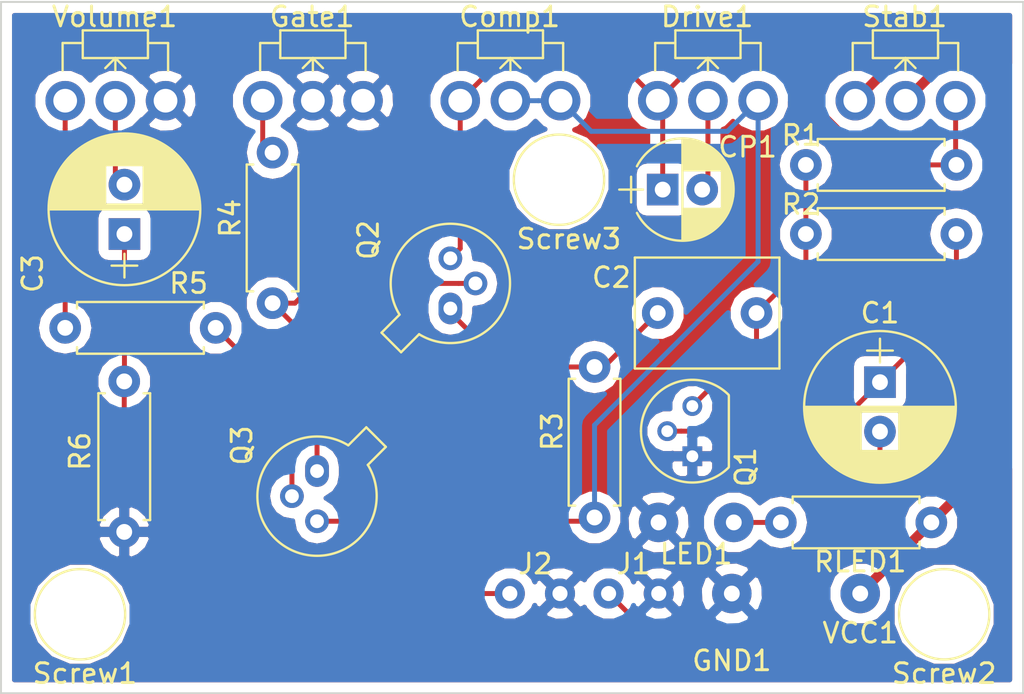
<source format=kicad_pcb>
(kicad_pcb (version 4) (host pcbnew 4.0.6)

  (general
    (links 38)
    (no_connects 3)
    (area 150.449999 56.199999 202.300001 91.300001)
    (thickness 1.6)
    (drawings 4)
    (tracks 82)
    (zones 0)
    (modules 27)
    (nets 17)
  )

  (page A4)
  (layers
    (0 F.Cu signal)
    (31 B.Cu signal)
    (32 B.Adhes user)
    (33 F.Adhes user)
    (34 B.Paste user)
    (35 F.Paste user)
    (36 B.SilkS user)
    (37 F.SilkS user)
    (38 B.Mask user)
    (39 F.Mask user)
    (40 Dwgs.User user)
    (41 Cmts.User user)
    (42 Eco1.User user)
    (43 Eco2.User user)
    (44 Edge.Cuts user)
    (45 Margin user)
    (46 B.CrtYd user)
    (47 F.CrtYd user)
    (48 B.Fab user)
    (49 F.Fab user)
  )

  (setup
    (last_trace_width 0.25)
    (trace_clearance 0.2)
    (zone_clearance 0.508)
    (zone_45_only no)
    (trace_min 0.2)
    (segment_width 0.2)
    (edge_width 0.1)
    (via_size 0.6)
    (via_drill 0.4)
    (via_min_size 0.4)
    (via_min_drill 0.3)
    (uvia_size 0.3)
    (uvia_drill 0.1)
    (uvias_allowed no)
    (uvia_min_size 0.2)
    (uvia_min_drill 0.1)
    (pcb_text_width 0.3)
    (pcb_text_size 1.5 1.5)
    (mod_edge_width 0.15)
    (mod_text_size 1 1)
    (mod_text_width 0.15)
    (pad_size 4 4)
    (pad_drill 4)
    (pad_to_mask_clearance 0)
    (aux_axis_origin 0 0)
    (visible_elements 7FFFFFFF)
    (pcbplotparams
      (layerselection 0x00030_80000001)
      (usegerberextensions false)
      (excludeedgelayer true)
      (linewidth 0.100000)
      (plotframeref false)
      (viasonmask false)
      (mode 1)
      (useauxorigin false)
      (hpglpennumber 1)
      (hpglpenspeed 20)
      (hpglpendiameter 15)
      (hpglpenoverlay 2)
      (psnegative false)
      (psa4output false)
      (plotreference true)
      (plotvalue true)
      (plotinvisibletext false)
      (padsonsilk false)
      (subtractmaskfromsilk false)
      (outputformat 1)
      (mirror false)
      (drillshape 1)
      (scaleselection 1)
      (outputdirectory ""))
  )

  (net 0 "")
  (net 1 "Net-(C1-Pad1)")
  (net 2 "Net-(C1-Pad2)")
  (net 3 "Net-(C2-Pad1)")
  (net 4 "Net-(C2-Pad2)")
  (net 5 "Net-(C3-Pad1)")
  (net 6 "Net-(C3-Pad2)")
  (net 7 "Net-(Comp1-Pad2)")
  (net 8 "Net-(CP1-Pad1)")
  (net 9 "Net-(CP1-Pad2)")
  (net 10 GND)
  (net 11 "Net-(Gate1-Pad1)")
  (net 12 "Net-(Q2-Pad2)")
  (net 13 "Net-(Q3-Pad2)")
  (net 14 "Net-(R5-Pad2)")
  (net 15 VCC)
  (net 16 "Net-(LED1-Pad2)")

  (net_class Default "This is the default net class."
    (clearance 0.2)
    (trace_width 0.25)
    (via_dia 0.6)
    (via_drill 0.4)
    (uvia_dia 0.3)
    (uvia_drill 0.1)
    (add_net "Net-(C1-Pad1)")
    (add_net "Net-(C1-Pad2)")
    (add_net "Net-(C2-Pad1)")
    (add_net "Net-(C2-Pad2)")
    (add_net "Net-(C3-Pad1)")
    (add_net "Net-(C3-Pad2)")
    (add_net "Net-(CP1-Pad1)")
    (add_net "Net-(CP1-Pad2)")
    (add_net "Net-(Comp1-Pad2)")
    (add_net "Net-(Gate1-Pad1)")
    (add_net "Net-(LED1-Pad2)")
    (add_net "Net-(Q2-Pad2)")
    (add_net "Net-(Q3-Pad2)")
    (add_net "Net-(R5-Pad2)")
  )

  (net_class Power ""
    (clearance 0.4)
    (trace_width 0.5)
    (via_dia 1.2)
    (via_drill 0.8)
    (uvia_dia 0.3)
    (uvia_drill 0.1)
    (add_net GND)
    (add_net VCC)
  )

  (module Capacitors_THT:CP_Radial_D7.5mm_P2.50mm (layer F.Cu) (tedit 597BC7C2) (tstamp 59FC8F33)
    (at 195 75.5 270)
    (descr "CP, Radial series, Radial, pin pitch=2.50mm, , diameter=7.5mm, Electrolytic Capacitor")
    (tags "CP Radial series Radial pin pitch 2.50mm  diameter 7.5mm Electrolytic Capacitor")
    (path /59F45454)
    (fp_text reference C1 (at -3.5 0 360) (layer F.SilkS)
      (effects (font (size 1 1) (thickness 0.15)))
    )
    (fp_text value 10uF (at 1.25 5.06 270) (layer F.Fab)
      (effects (font (size 1 1) (thickness 0.15)))
    )
    (fp_circle (center 1.25 0) (end 5 0) (layer F.Fab) (width 0.1))
    (fp_circle (center 1.25 0) (end 5.09 0) (layer F.SilkS) (width 0.12))
    (fp_line (start -2.2 0) (end -1 0) (layer F.Fab) (width 0.1))
    (fp_line (start -1.6 -0.65) (end -1.6 0.65) (layer F.Fab) (width 0.1))
    (fp_line (start 1.25 -3.8) (end 1.25 3.8) (layer F.SilkS) (width 0.12))
    (fp_line (start 1.29 -3.8) (end 1.29 3.8) (layer F.SilkS) (width 0.12))
    (fp_line (start 1.33 -3.8) (end 1.33 3.8) (layer F.SilkS) (width 0.12))
    (fp_line (start 1.37 -3.799) (end 1.37 3.799) (layer F.SilkS) (width 0.12))
    (fp_line (start 1.41 -3.797) (end 1.41 3.797) (layer F.SilkS) (width 0.12))
    (fp_line (start 1.45 -3.795) (end 1.45 3.795) (layer F.SilkS) (width 0.12))
    (fp_line (start 1.49 -3.793) (end 1.49 3.793) (layer F.SilkS) (width 0.12))
    (fp_line (start 1.53 -3.79) (end 1.53 -0.98) (layer F.SilkS) (width 0.12))
    (fp_line (start 1.53 0.98) (end 1.53 3.79) (layer F.SilkS) (width 0.12))
    (fp_line (start 1.57 -3.787) (end 1.57 -0.98) (layer F.SilkS) (width 0.12))
    (fp_line (start 1.57 0.98) (end 1.57 3.787) (layer F.SilkS) (width 0.12))
    (fp_line (start 1.61 -3.784) (end 1.61 -0.98) (layer F.SilkS) (width 0.12))
    (fp_line (start 1.61 0.98) (end 1.61 3.784) (layer F.SilkS) (width 0.12))
    (fp_line (start 1.65 -3.78) (end 1.65 -0.98) (layer F.SilkS) (width 0.12))
    (fp_line (start 1.65 0.98) (end 1.65 3.78) (layer F.SilkS) (width 0.12))
    (fp_line (start 1.69 -3.775) (end 1.69 -0.98) (layer F.SilkS) (width 0.12))
    (fp_line (start 1.69 0.98) (end 1.69 3.775) (layer F.SilkS) (width 0.12))
    (fp_line (start 1.73 -3.77) (end 1.73 -0.98) (layer F.SilkS) (width 0.12))
    (fp_line (start 1.73 0.98) (end 1.73 3.77) (layer F.SilkS) (width 0.12))
    (fp_line (start 1.77 -3.765) (end 1.77 -0.98) (layer F.SilkS) (width 0.12))
    (fp_line (start 1.77 0.98) (end 1.77 3.765) (layer F.SilkS) (width 0.12))
    (fp_line (start 1.81 -3.759) (end 1.81 -0.98) (layer F.SilkS) (width 0.12))
    (fp_line (start 1.81 0.98) (end 1.81 3.759) (layer F.SilkS) (width 0.12))
    (fp_line (start 1.85 -3.753) (end 1.85 -0.98) (layer F.SilkS) (width 0.12))
    (fp_line (start 1.85 0.98) (end 1.85 3.753) (layer F.SilkS) (width 0.12))
    (fp_line (start 1.89 -3.747) (end 1.89 -0.98) (layer F.SilkS) (width 0.12))
    (fp_line (start 1.89 0.98) (end 1.89 3.747) (layer F.SilkS) (width 0.12))
    (fp_line (start 1.93 -3.74) (end 1.93 -0.98) (layer F.SilkS) (width 0.12))
    (fp_line (start 1.93 0.98) (end 1.93 3.74) (layer F.SilkS) (width 0.12))
    (fp_line (start 1.971 -3.732) (end 1.971 -0.98) (layer F.SilkS) (width 0.12))
    (fp_line (start 1.971 0.98) (end 1.971 3.732) (layer F.SilkS) (width 0.12))
    (fp_line (start 2.011 -3.725) (end 2.011 -0.98) (layer F.SilkS) (width 0.12))
    (fp_line (start 2.011 0.98) (end 2.011 3.725) (layer F.SilkS) (width 0.12))
    (fp_line (start 2.051 -3.716) (end 2.051 -0.98) (layer F.SilkS) (width 0.12))
    (fp_line (start 2.051 0.98) (end 2.051 3.716) (layer F.SilkS) (width 0.12))
    (fp_line (start 2.091 -3.707) (end 2.091 -0.98) (layer F.SilkS) (width 0.12))
    (fp_line (start 2.091 0.98) (end 2.091 3.707) (layer F.SilkS) (width 0.12))
    (fp_line (start 2.131 -3.698) (end 2.131 -0.98) (layer F.SilkS) (width 0.12))
    (fp_line (start 2.131 0.98) (end 2.131 3.698) (layer F.SilkS) (width 0.12))
    (fp_line (start 2.171 -3.689) (end 2.171 -0.98) (layer F.SilkS) (width 0.12))
    (fp_line (start 2.171 0.98) (end 2.171 3.689) (layer F.SilkS) (width 0.12))
    (fp_line (start 2.211 -3.679) (end 2.211 -0.98) (layer F.SilkS) (width 0.12))
    (fp_line (start 2.211 0.98) (end 2.211 3.679) (layer F.SilkS) (width 0.12))
    (fp_line (start 2.251 -3.668) (end 2.251 -0.98) (layer F.SilkS) (width 0.12))
    (fp_line (start 2.251 0.98) (end 2.251 3.668) (layer F.SilkS) (width 0.12))
    (fp_line (start 2.291 -3.657) (end 2.291 -0.98) (layer F.SilkS) (width 0.12))
    (fp_line (start 2.291 0.98) (end 2.291 3.657) (layer F.SilkS) (width 0.12))
    (fp_line (start 2.331 -3.645) (end 2.331 -0.98) (layer F.SilkS) (width 0.12))
    (fp_line (start 2.331 0.98) (end 2.331 3.645) (layer F.SilkS) (width 0.12))
    (fp_line (start 2.371 -3.634) (end 2.371 -0.98) (layer F.SilkS) (width 0.12))
    (fp_line (start 2.371 0.98) (end 2.371 3.634) (layer F.SilkS) (width 0.12))
    (fp_line (start 2.411 -3.621) (end 2.411 -0.98) (layer F.SilkS) (width 0.12))
    (fp_line (start 2.411 0.98) (end 2.411 3.621) (layer F.SilkS) (width 0.12))
    (fp_line (start 2.451 -3.608) (end 2.451 -0.98) (layer F.SilkS) (width 0.12))
    (fp_line (start 2.451 0.98) (end 2.451 3.608) (layer F.SilkS) (width 0.12))
    (fp_line (start 2.491 -3.595) (end 2.491 -0.98) (layer F.SilkS) (width 0.12))
    (fp_line (start 2.491 0.98) (end 2.491 3.595) (layer F.SilkS) (width 0.12))
    (fp_line (start 2.531 -3.581) (end 2.531 -0.98) (layer F.SilkS) (width 0.12))
    (fp_line (start 2.531 0.98) (end 2.531 3.581) (layer F.SilkS) (width 0.12))
    (fp_line (start 2.571 -3.566) (end 2.571 -0.98) (layer F.SilkS) (width 0.12))
    (fp_line (start 2.571 0.98) (end 2.571 3.566) (layer F.SilkS) (width 0.12))
    (fp_line (start 2.611 -3.552) (end 2.611 -0.98) (layer F.SilkS) (width 0.12))
    (fp_line (start 2.611 0.98) (end 2.611 3.552) (layer F.SilkS) (width 0.12))
    (fp_line (start 2.651 -3.536) (end 2.651 -0.98) (layer F.SilkS) (width 0.12))
    (fp_line (start 2.651 0.98) (end 2.651 3.536) (layer F.SilkS) (width 0.12))
    (fp_line (start 2.691 -3.52) (end 2.691 -0.98) (layer F.SilkS) (width 0.12))
    (fp_line (start 2.691 0.98) (end 2.691 3.52) (layer F.SilkS) (width 0.12))
    (fp_line (start 2.731 -3.504) (end 2.731 -0.98) (layer F.SilkS) (width 0.12))
    (fp_line (start 2.731 0.98) (end 2.731 3.504) (layer F.SilkS) (width 0.12))
    (fp_line (start 2.771 -3.487) (end 2.771 -0.98) (layer F.SilkS) (width 0.12))
    (fp_line (start 2.771 0.98) (end 2.771 3.487) (layer F.SilkS) (width 0.12))
    (fp_line (start 2.811 -3.469) (end 2.811 -0.98) (layer F.SilkS) (width 0.12))
    (fp_line (start 2.811 0.98) (end 2.811 3.469) (layer F.SilkS) (width 0.12))
    (fp_line (start 2.851 -3.451) (end 2.851 -0.98) (layer F.SilkS) (width 0.12))
    (fp_line (start 2.851 0.98) (end 2.851 3.451) (layer F.SilkS) (width 0.12))
    (fp_line (start 2.891 -3.433) (end 2.891 -0.98) (layer F.SilkS) (width 0.12))
    (fp_line (start 2.891 0.98) (end 2.891 3.433) (layer F.SilkS) (width 0.12))
    (fp_line (start 2.931 -3.413) (end 2.931 -0.98) (layer F.SilkS) (width 0.12))
    (fp_line (start 2.931 0.98) (end 2.931 3.413) (layer F.SilkS) (width 0.12))
    (fp_line (start 2.971 -3.394) (end 2.971 -0.98) (layer F.SilkS) (width 0.12))
    (fp_line (start 2.971 0.98) (end 2.971 3.394) (layer F.SilkS) (width 0.12))
    (fp_line (start 3.011 -3.373) (end 3.011 -0.98) (layer F.SilkS) (width 0.12))
    (fp_line (start 3.011 0.98) (end 3.011 3.373) (layer F.SilkS) (width 0.12))
    (fp_line (start 3.051 -3.352) (end 3.051 -0.98) (layer F.SilkS) (width 0.12))
    (fp_line (start 3.051 0.98) (end 3.051 3.352) (layer F.SilkS) (width 0.12))
    (fp_line (start 3.091 -3.331) (end 3.091 -0.98) (layer F.SilkS) (width 0.12))
    (fp_line (start 3.091 0.98) (end 3.091 3.331) (layer F.SilkS) (width 0.12))
    (fp_line (start 3.131 -3.309) (end 3.131 -0.98) (layer F.SilkS) (width 0.12))
    (fp_line (start 3.131 0.98) (end 3.131 3.309) (layer F.SilkS) (width 0.12))
    (fp_line (start 3.171 -3.286) (end 3.171 -0.98) (layer F.SilkS) (width 0.12))
    (fp_line (start 3.171 0.98) (end 3.171 3.286) (layer F.SilkS) (width 0.12))
    (fp_line (start 3.211 -3.263) (end 3.211 -0.98) (layer F.SilkS) (width 0.12))
    (fp_line (start 3.211 0.98) (end 3.211 3.263) (layer F.SilkS) (width 0.12))
    (fp_line (start 3.251 -3.239) (end 3.251 -0.98) (layer F.SilkS) (width 0.12))
    (fp_line (start 3.251 0.98) (end 3.251 3.239) (layer F.SilkS) (width 0.12))
    (fp_line (start 3.291 -3.214) (end 3.291 -0.98) (layer F.SilkS) (width 0.12))
    (fp_line (start 3.291 0.98) (end 3.291 3.214) (layer F.SilkS) (width 0.12))
    (fp_line (start 3.331 -3.188) (end 3.331 -0.98) (layer F.SilkS) (width 0.12))
    (fp_line (start 3.331 0.98) (end 3.331 3.188) (layer F.SilkS) (width 0.12))
    (fp_line (start 3.371 -3.162) (end 3.371 -0.98) (layer F.SilkS) (width 0.12))
    (fp_line (start 3.371 0.98) (end 3.371 3.162) (layer F.SilkS) (width 0.12))
    (fp_line (start 3.411 -3.135) (end 3.411 -0.98) (layer F.SilkS) (width 0.12))
    (fp_line (start 3.411 0.98) (end 3.411 3.135) (layer F.SilkS) (width 0.12))
    (fp_line (start 3.451 -3.108) (end 3.451 -0.98) (layer F.SilkS) (width 0.12))
    (fp_line (start 3.451 0.98) (end 3.451 3.108) (layer F.SilkS) (width 0.12))
    (fp_line (start 3.491 -3.079) (end 3.491 3.079) (layer F.SilkS) (width 0.12))
    (fp_line (start 3.531 -3.05) (end 3.531 3.05) (layer F.SilkS) (width 0.12))
    (fp_line (start 3.571 -3.02) (end 3.571 3.02) (layer F.SilkS) (width 0.12))
    (fp_line (start 3.611 -2.99) (end 3.611 2.99) (layer F.SilkS) (width 0.12))
    (fp_line (start 3.651 -2.958) (end 3.651 2.958) (layer F.SilkS) (width 0.12))
    (fp_line (start 3.691 -2.926) (end 3.691 2.926) (layer F.SilkS) (width 0.12))
    (fp_line (start 3.731 -2.892) (end 3.731 2.892) (layer F.SilkS) (width 0.12))
    (fp_line (start 3.771 -2.858) (end 3.771 2.858) (layer F.SilkS) (width 0.12))
    (fp_line (start 3.811 -2.823) (end 3.811 2.823) (layer F.SilkS) (width 0.12))
    (fp_line (start 3.851 -2.786) (end 3.851 2.786) (layer F.SilkS) (width 0.12))
    (fp_line (start 3.891 -2.749) (end 3.891 2.749) (layer F.SilkS) (width 0.12))
    (fp_line (start 3.931 -2.711) (end 3.931 2.711) (layer F.SilkS) (width 0.12))
    (fp_line (start 3.971 -2.671) (end 3.971 2.671) (layer F.SilkS) (width 0.12))
    (fp_line (start 4.011 -2.63) (end 4.011 2.63) (layer F.SilkS) (width 0.12))
    (fp_line (start 4.051 -2.588) (end 4.051 2.588) (layer F.SilkS) (width 0.12))
    (fp_line (start 4.091 -2.545) (end 4.091 2.545) (layer F.SilkS) (width 0.12))
    (fp_line (start 4.131 -2.5) (end 4.131 2.5) (layer F.SilkS) (width 0.12))
    (fp_line (start 4.171 -2.454) (end 4.171 2.454) (layer F.SilkS) (width 0.12))
    (fp_line (start 4.211 -2.407) (end 4.211 2.407) (layer F.SilkS) (width 0.12))
    (fp_line (start 4.251 -2.357) (end 4.251 2.357) (layer F.SilkS) (width 0.12))
    (fp_line (start 4.291 -2.307) (end 4.291 2.307) (layer F.SilkS) (width 0.12))
    (fp_line (start 4.331 -2.254) (end 4.331 2.254) (layer F.SilkS) (width 0.12))
    (fp_line (start 4.371 -2.199) (end 4.371 2.199) (layer F.SilkS) (width 0.12))
    (fp_line (start 4.411 -2.142) (end 4.411 2.142) (layer F.SilkS) (width 0.12))
    (fp_line (start 4.451 -2.083) (end 4.451 2.083) (layer F.SilkS) (width 0.12))
    (fp_line (start 4.491 -2.022) (end 4.491 2.022) (layer F.SilkS) (width 0.12))
    (fp_line (start 4.531 -1.957) (end 4.531 1.957) (layer F.SilkS) (width 0.12))
    (fp_line (start 4.571 -1.89) (end 4.571 1.89) (layer F.SilkS) (width 0.12))
    (fp_line (start 4.611 -1.82) (end 4.611 1.82) (layer F.SilkS) (width 0.12))
    (fp_line (start 4.651 -1.745) (end 4.651 1.745) (layer F.SilkS) (width 0.12))
    (fp_line (start 4.691 -1.667) (end 4.691 1.667) (layer F.SilkS) (width 0.12))
    (fp_line (start 4.731 -1.584) (end 4.731 1.584) (layer F.SilkS) (width 0.12))
    (fp_line (start 4.771 -1.495) (end 4.771 1.495) (layer F.SilkS) (width 0.12))
    (fp_line (start 4.811 -1.4) (end 4.811 1.4) (layer F.SilkS) (width 0.12))
    (fp_line (start 4.851 -1.297) (end 4.851 1.297) (layer F.SilkS) (width 0.12))
    (fp_line (start 4.891 -1.184) (end 4.891 1.184) (layer F.SilkS) (width 0.12))
    (fp_line (start 4.931 -1.057) (end 4.931 1.057) (layer F.SilkS) (width 0.12))
    (fp_line (start 4.971 -0.913) (end 4.971 0.913) (layer F.SilkS) (width 0.12))
    (fp_line (start 5.011 -0.74) (end 5.011 0.74) (layer F.SilkS) (width 0.12))
    (fp_line (start 5.051 -0.513) (end 5.051 0.513) (layer F.SilkS) (width 0.12))
    (fp_line (start -2.2 0) (end -1 0) (layer F.SilkS) (width 0.12))
    (fp_line (start -1.6 -0.65) (end -1.6 0.65) (layer F.SilkS) (width 0.12))
    (fp_line (start -2.85 -4.1) (end -2.85 4.1) (layer F.CrtYd) (width 0.05))
    (fp_line (start -2.85 4.1) (end 5.35 4.1) (layer F.CrtYd) (width 0.05))
    (fp_line (start 5.35 4.1) (end 5.35 -4.1) (layer F.CrtYd) (width 0.05))
    (fp_line (start 5.35 -4.1) (end -2.85 -4.1) (layer F.CrtYd) (width 0.05))
    (fp_text user %R (at 1.25 0 270) (layer F.Fab)
      (effects (font (size 1 1) (thickness 0.15)))
    )
    (pad 1 thru_hole rect (at 0 0 270) (size 1.6 1.6) (drill 0.8) (layers *.Cu *.Mask)
      (net 1 "Net-(C1-Pad1)"))
    (pad 2 thru_hole circle (at 2.5 0 270) (size 1.6 1.6) (drill 0.8) (layers *.Cu *.Mask)
      (net 2 "Net-(C1-Pad2)"))
    (model ${KISYS3DMOD}/Capacitors_THT.3dshapes/CP_Radial_D7.5mm_P2.50mm.wrl
      (at (xyz 0 0 0))
      (scale (xyz 1 1 1))
      (rotate (xyz 0 0 0))
    )
  )

  (module Capacitors_THT:C_Rect_L7.2mm_W5.5mm_P5.00mm_FKS2_FKP2_MKS2_MKP2 (layer F.Cu) (tedit 597BC7C2) (tstamp 59FC8F46)
    (at 183.75 72)
    (descr "C, Rect series, Radial, pin pitch=5.00mm, , length*width=7.2*5.5mm^2, Capacitor, http://www.wima.com/EN/WIMA_FKS_2.pdf")
    (tags "C Rect series Radial pin pitch 5.00mm  length 7.2mm width 5.5mm Capacitor")
    (path /59F466C1)
    (fp_text reference C2 (at -2.35 -1.8) (layer F.SilkS)
      (effects (font (size 1 1) (thickness 0.15)))
    )
    (fp_text value 100nF (at 2.5 4.06) (layer F.Fab)
      (effects (font (size 1 1) (thickness 0.15)))
    )
    (fp_line (start -1.1 -2.75) (end -1.1 2.75) (layer F.Fab) (width 0.1))
    (fp_line (start -1.1 2.75) (end 6.1 2.75) (layer F.Fab) (width 0.1))
    (fp_line (start 6.1 2.75) (end 6.1 -2.75) (layer F.Fab) (width 0.1))
    (fp_line (start 6.1 -2.75) (end -1.1 -2.75) (layer F.Fab) (width 0.1))
    (fp_line (start -1.16 -2.81) (end 6.16 -2.81) (layer F.SilkS) (width 0.12))
    (fp_line (start -1.16 2.81) (end 6.16 2.81) (layer F.SilkS) (width 0.12))
    (fp_line (start -1.16 -2.81) (end -1.16 2.81) (layer F.SilkS) (width 0.12))
    (fp_line (start 6.16 -2.81) (end 6.16 2.81) (layer F.SilkS) (width 0.12))
    (fp_line (start -1.45 -3.1) (end -1.45 3.1) (layer F.CrtYd) (width 0.05))
    (fp_line (start -1.45 3.1) (end 6.45 3.1) (layer F.CrtYd) (width 0.05))
    (fp_line (start 6.45 3.1) (end 6.45 -3.1) (layer F.CrtYd) (width 0.05))
    (fp_line (start 6.45 -3.1) (end -1.45 -3.1) (layer F.CrtYd) (width 0.05))
    (fp_text user %R (at 2.5 0) (layer F.Fab)
      (effects (font (size 1 1) (thickness 0.15)))
    )
    (pad 1 thru_hole circle (at 0 0) (size 1.6 1.6) (drill 0.8) (layers *.Cu *.Mask)
      (net 3 "Net-(C2-Pad1)"))
    (pad 2 thru_hole circle (at 5 0) (size 1.6 1.6) (drill 0.8) (layers *.Cu *.Mask)
      (net 4 "Net-(C2-Pad2)"))
    (model ${KISYS3DMOD}/Capacitors_THT.3dshapes/C_Rect_L7.2mm_W5.5mm_P5.00mm_FKS2_FKP2_MKS2_MKP2.wrl
      (at (xyz 0 0 0))
      (scale (xyz 1 1 1))
      (rotate (xyz 0 0 0))
    )
  )

  (module Capacitors_THT:CP_Radial_D7.5mm_P2.50mm (layer F.Cu) (tedit 597BC7C2) (tstamp 59FC8FE8)
    (at 156.75 68 90)
    (descr "CP, Radial series, Radial, pin pitch=2.50mm, , diameter=7.5mm, Electrolytic Capacitor")
    (tags "CP Radial series Radial pin pitch 2.50mm  diameter 7.5mm Electrolytic Capacitor")
    (path /59F49105)
    (fp_text reference C3 (at -2 -4.65 90) (layer F.SilkS)
      (effects (font (size 1 1) (thickness 0.15)))
    )
    (fp_text value 10uF (at 1.25 5.06 90) (layer F.Fab)
      (effects (font (size 1 1) (thickness 0.15)))
    )
    (fp_circle (center 1.25 0) (end 5 0) (layer F.Fab) (width 0.1))
    (fp_circle (center 1.25 0) (end 5.09 0) (layer F.SilkS) (width 0.12))
    (fp_line (start -2.2 0) (end -1 0) (layer F.Fab) (width 0.1))
    (fp_line (start -1.6 -0.65) (end -1.6 0.65) (layer F.Fab) (width 0.1))
    (fp_line (start 1.25 -3.8) (end 1.25 3.8) (layer F.SilkS) (width 0.12))
    (fp_line (start 1.29 -3.8) (end 1.29 3.8) (layer F.SilkS) (width 0.12))
    (fp_line (start 1.33 -3.8) (end 1.33 3.8) (layer F.SilkS) (width 0.12))
    (fp_line (start 1.37 -3.799) (end 1.37 3.799) (layer F.SilkS) (width 0.12))
    (fp_line (start 1.41 -3.797) (end 1.41 3.797) (layer F.SilkS) (width 0.12))
    (fp_line (start 1.45 -3.795) (end 1.45 3.795) (layer F.SilkS) (width 0.12))
    (fp_line (start 1.49 -3.793) (end 1.49 3.793) (layer F.SilkS) (width 0.12))
    (fp_line (start 1.53 -3.79) (end 1.53 -0.98) (layer F.SilkS) (width 0.12))
    (fp_line (start 1.53 0.98) (end 1.53 3.79) (layer F.SilkS) (width 0.12))
    (fp_line (start 1.57 -3.787) (end 1.57 -0.98) (layer F.SilkS) (width 0.12))
    (fp_line (start 1.57 0.98) (end 1.57 3.787) (layer F.SilkS) (width 0.12))
    (fp_line (start 1.61 -3.784) (end 1.61 -0.98) (layer F.SilkS) (width 0.12))
    (fp_line (start 1.61 0.98) (end 1.61 3.784) (layer F.SilkS) (width 0.12))
    (fp_line (start 1.65 -3.78) (end 1.65 -0.98) (layer F.SilkS) (width 0.12))
    (fp_line (start 1.65 0.98) (end 1.65 3.78) (layer F.SilkS) (width 0.12))
    (fp_line (start 1.69 -3.775) (end 1.69 -0.98) (layer F.SilkS) (width 0.12))
    (fp_line (start 1.69 0.98) (end 1.69 3.775) (layer F.SilkS) (width 0.12))
    (fp_line (start 1.73 -3.77) (end 1.73 -0.98) (layer F.SilkS) (width 0.12))
    (fp_line (start 1.73 0.98) (end 1.73 3.77) (layer F.SilkS) (width 0.12))
    (fp_line (start 1.77 -3.765) (end 1.77 -0.98) (layer F.SilkS) (width 0.12))
    (fp_line (start 1.77 0.98) (end 1.77 3.765) (layer F.SilkS) (width 0.12))
    (fp_line (start 1.81 -3.759) (end 1.81 -0.98) (layer F.SilkS) (width 0.12))
    (fp_line (start 1.81 0.98) (end 1.81 3.759) (layer F.SilkS) (width 0.12))
    (fp_line (start 1.85 -3.753) (end 1.85 -0.98) (layer F.SilkS) (width 0.12))
    (fp_line (start 1.85 0.98) (end 1.85 3.753) (layer F.SilkS) (width 0.12))
    (fp_line (start 1.89 -3.747) (end 1.89 -0.98) (layer F.SilkS) (width 0.12))
    (fp_line (start 1.89 0.98) (end 1.89 3.747) (layer F.SilkS) (width 0.12))
    (fp_line (start 1.93 -3.74) (end 1.93 -0.98) (layer F.SilkS) (width 0.12))
    (fp_line (start 1.93 0.98) (end 1.93 3.74) (layer F.SilkS) (width 0.12))
    (fp_line (start 1.971 -3.732) (end 1.971 -0.98) (layer F.SilkS) (width 0.12))
    (fp_line (start 1.971 0.98) (end 1.971 3.732) (layer F.SilkS) (width 0.12))
    (fp_line (start 2.011 -3.725) (end 2.011 -0.98) (layer F.SilkS) (width 0.12))
    (fp_line (start 2.011 0.98) (end 2.011 3.725) (layer F.SilkS) (width 0.12))
    (fp_line (start 2.051 -3.716) (end 2.051 -0.98) (layer F.SilkS) (width 0.12))
    (fp_line (start 2.051 0.98) (end 2.051 3.716) (layer F.SilkS) (width 0.12))
    (fp_line (start 2.091 -3.707) (end 2.091 -0.98) (layer F.SilkS) (width 0.12))
    (fp_line (start 2.091 0.98) (end 2.091 3.707) (layer F.SilkS) (width 0.12))
    (fp_line (start 2.131 -3.698) (end 2.131 -0.98) (layer F.SilkS) (width 0.12))
    (fp_line (start 2.131 0.98) (end 2.131 3.698) (layer F.SilkS) (width 0.12))
    (fp_line (start 2.171 -3.689) (end 2.171 -0.98) (layer F.SilkS) (width 0.12))
    (fp_line (start 2.171 0.98) (end 2.171 3.689) (layer F.SilkS) (width 0.12))
    (fp_line (start 2.211 -3.679) (end 2.211 -0.98) (layer F.SilkS) (width 0.12))
    (fp_line (start 2.211 0.98) (end 2.211 3.679) (layer F.SilkS) (width 0.12))
    (fp_line (start 2.251 -3.668) (end 2.251 -0.98) (layer F.SilkS) (width 0.12))
    (fp_line (start 2.251 0.98) (end 2.251 3.668) (layer F.SilkS) (width 0.12))
    (fp_line (start 2.291 -3.657) (end 2.291 -0.98) (layer F.SilkS) (width 0.12))
    (fp_line (start 2.291 0.98) (end 2.291 3.657) (layer F.SilkS) (width 0.12))
    (fp_line (start 2.331 -3.645) (end 2.331 -0.98) (layer F.SilkS) (width 0.12))
    (fp_line (start 2.331 0.98) (end 2.331 3.645) (layer F.SilkS) (width 0.12))
    (fp_line (start 2.371 -3.634) (end 2.371 -0.98) (layer F.SilkS) (width 0.12))
    (fp_line (start 2.371 0.98) (end 2.371 3.634) (layer F.SilkS) (width 0.12))
    (fp_line (start 2.411 -3.621) (end 2.411 -0.98) (layer F.SilkS) (width 0.12))
    (fp_line (start 2.411 0.98) (end 2.411 3.621) (layer F.SilkS) (width 0.12))
    (fp_line (start 2.451 -3.608) (end 2.451 -0.98) (layer F.SilkS) (width 0.12))
    (fp_line (start 2.451 0.98) (end 2.451 3.608) (layer F.SilkS) (width 0.12))
    (fp_line (start 2.491 -3.595) (end 2.491 -0.98) (layer F.SilkS) (width 0.12))
    (fp_line (start 2.491 0.98) (end 2.491 3.595) (layer F.SilkS) (width 0.12))
    (fp_line (start 2.531 -3.581) (end 2.531 -0.98) (layer F.SilkS) (width 0.12))
    (fp_line (start 2.531 0.98) (end 2.531 3.581) (layer F.SilkS) (width 0.12))
    (fp_line (start 2.571 -3.566) (end 2.571 -0.98) (layer F.SilkS) (width 0.12))
    (fp_line (start 2.571 0.98) (end 2.571 3.566) (layer F.SilkS) (width 0.12))
    (fp_line (start 2.611 -3.552) (end 2.611 -0.98) (layer F.SilkS) (width 0.12))
    (fp_line (start 2.611 0.98) (end 2.611 3.552) (layer F.SilkS) (width 0.12))
    (fp_line (start 2.651 -3.536) (end 2.651 -0.98) (layer F.SilkS) (width 0.12))
    (fp_line (start 2.651 0.98) (end 2.651 3.536) (layer F.SilkS) (width 0.12))
    (fp_line (start 2.691 -3.52) (end 2.691 -0.98) (layer F.SilkS) (width 0.12))
    (fp_line (start 2.691 0.98) (end 2.691 3.52) (layer F.SilkS) (width 0.12))
    (fp_line (start 2.731 -3.504) (end 2.731 -0.98) (layer F.SilkS) (width 0.12))
    (fp_line (start 2.731 0.98) (end 2.731 3.504) (layer F.SilkS) (width 0.12))
    (fp_line (start 2.771 -3.487) (end 2.771 -0.98) (layer F.SilkS) (width 0.12))
    (fp_line (start 2.771 0.98) (end 2.771 3.487) (layer F.SilkS) (width 0.12))
    (fp_line (start 2.811 -3.469) (end 2.811 -0.98) (layer F.SilkS) (width 0.12))
    (fp_line (start 2.811 0.98) (end 2.811 3.469) (layer F.SilkS) (width 0.12))
    (fp_line (start 2.851 -3.451) (end 2.851 -0.98) (layer F.SilkS) (width 0.12))
    (fp_line (start 2.851 0.98) (end 2.851 3.451) (layer F.SilkS) (width 0.12))
    (fp_line (start 2.891 -3.433) (end 2.891 -0.98) (layer F.SilkS) (width 0.12))
    (fp_line (start 2.891 0.98) (end 2.891 3.433) (layer F.SilkS) (width 0.12))
    (fp_line (start 2.931 -3.413) (end 2.931 -0.98) (layer F.SilkS) (width 0.12))
    (fp_line (start 2.931 0.98) (end 2.931 3.413) (layer F.SilkS) (width 0.12))
    (fp_line (start 2.971 -3.394) (end 2.971 -0.98) (layer F.SilkS) (width 0.12))
    (fp_line (start 2.971 0.98) (end 2.971 3.394) (layer F.SilkS) (width 0.12))
    (fp_line (start 3.011 -3.373) (end 3.011 -0.98) (layer F.SilkS) (width 0.12))
    (fp_line (start 3.011 0.98) (end 3.011 3.373) (layer F.SilkS) (width 0.12))
    (fp_line (start 3.051 -3.352) (end 3.051 -0.98) (layer F.SilkS) (width 0.12))
    (fp_line (start 3.051 0.98) (end 3.051 3.352) (layer F.SilkS) (width 0.12))
    (fp_line (start 3.091 -3.331) (end 3.091 -0.98) (layer F.SilkS) (width 0.12))
    (fp_line (start 3.091 0.98) (end 3.091 3.331) (layer F.SilkS) (width 0.12))
    (fp_line (start 3.131 -3.309) (end 3.131 -0.98) (layer F.SilkS) (width 0.12))
    (fp_line (start 3.131 0.98) (end 3.131 3.309) (layer F.SilkS) (width 0.12))
    (fp_line (start 3.171 -3.286) (end 3.171 -0.98) (layer F.SilkS) (width 0.12))
    (fp_line (start 3.171 0.98) (end 3.171 3.286) (layer F.SilkS) (width 0.12))
    (fp_line (start 3.211 -3.263) (end 3.211 -0.98) (layer F.SilkS) (width 0.12))
    (fp_line (start 3.211 0.98) (end 3.211 3.263) (layer F.SilkS) (width 0.12))
    (fp_line (start 3.251 -3.239) (end 3.251 -0.98) (layer F.SilkS) (width 0.12))
    (fp_line (start 3.251 0.98) (end 3.251 3.239) (layer F.SilkS) (width 0.12))
    (fp_line (start 3.291 -3.214) (end 3.291 -0.98) (layer F.SilkS) (width 0.12))
    (fp_line (start 3.291 0.98) (end 3.291 3.214) (layer F.SilkS) (width 0.12))
    (fp_line (start 3.331 -3.188) (end 3.331 -0.98) (layer F.SilkS) (width 0.12))
    (fp_line (start 3.331 0.98) (end 3.331 3.188) (layer F.SilkS) (width 0.12))
    (fp_line (start 3.371 -3.162) (end 3.371 -0.98) (layer F.SilkS) (width 0.12))
    (fp_line (start 3.371 0.98) (end 3.371 3.162) (layer F.SilkS) (width 0.12))
    (fp_line (start 3.411 -3.135) (end 3.411 -0.98) (layer F.SilkS) (width 0.12))
    (fp_line (start 3.411 0.98) (end 3.411 3.135) (layer F.SilkS) (width 0.12))
    (fp_line (start 3.451 -3.108) (end 3.451 -0.98) (layer F.SilkS) (width 0.12))
    (fp_line (start 3.451 0.98) (end 3.451 3.108) (layer F.SilkS) (width 0.12))
    (fp_line (start 3.491 -3.079) (end 3.491 3.079) (layer F.SilkS) (width 0.12))
    (fp_line (start 3.531 -3.05) (end 3.531 3.05) (layer F.SilkS) (width 0.12))
    (fp_line (start 3.571 -3.02) (end 3.571 3.02) (layer F.SilkS) (width 0.12))
    (fp_line (start 3.611 -2.99) (end 3.611 2.99) (layer F.SilkS) (width 0.12))
    (fp_line (start 3.651 -2.958) (end 3.651 2.958) (layer F.SilkS) (width 0.12))
    (fp_line (start 3.691 -2.926) (end 3.691 2.926) (layer F.SilkS) (width 0.12))
    (fp_line (start 3.731 -2.892) (end 3.731 2.892) (layer F.SilkS) (width 0.12))
    (fp_line (start 3.771 -2.858) (end 3.771 2.858) (layer F.SilkS) (width 0.12))
    (fp_line (start 3.811 -2.823) (end 3.811 2.823) (layer F.SilkS) (width 0.12))
    (fp_line (start 3.851 -2.786) (end 3.851 2.786) (layer F.SilkS) (width 0.12))
    (fp_line (start 3.891 -2.749) (end 3.891 2.749) (layer F.SilkS) (width 0.12))
    (fp_line (start 3.931 -2.711) (end 3.931 2.711) (layer F.SilkS) (width 0.12))
    (fp_line (start 3.971 -2.671) (end 3.971 2.671) (layer F.SilkS) (width 0.12))
    (fp_line (start 4.011 -2.63) (end 4.011 2.63) (layer F.SilkS) (width 0.12))
    (fp_line (start 4.051 -2.588) (end 4.051 2.588) (layer F.SilkS) (width 0.12))
    (fp_line (start 4.091 -2.545) (end 4.091 2.545) (layer F.SilkS) (width 0.12))
    (fp_line (start 4.131 -2.5) (end 4.131 2.5) (layer F.SilkS) (width 0.12))
    (fp_line (start 4.171 -2.454) (end 4.171 2.454) (layer F.SilkS) (width 0.12))
    (fp_line (start 4.211 -2.407) (end 4.211 2.407) (layer F.SilkS) (width 0.12))
    (fp_line (start 4.251 -2.357) (end 4.251 2.357) (layer F.SilkS) (width 0.12))
    (fp_line (start 4.291 -2.307) (end 4.291 2.307) (layer F.SilkS) (width 0.12))
    (fp_line (start 4.331 -2.254) (end 4.331 2.254) (layer F.SilkS) (width 0.12))
    (fp_line (start 4.371 -2.199) (end 4.371 2.199) (layer F.SilkS) (width 0.12))
    (fp_line (start 4.411 -2.142) (end 4.411 2.142) (layer F.SilkS) (width 0.12))
    (fp_line (start 4.451 -2.083) (end 4.451 2.083) (layer F.SilkS) (width 0.12))
    (fp_line (start 4.491 -2.022) (end 4.491 2.022) (layer F.SilkS) (width 0.12))
    (fp_line (start 4.531 -1.957) (end 4.531 1.957) (layer F.SilkS) (width 0.12))
    (fp_line (start 4.571 -1.89) (end 4.571 1.89) (layer F.SilkS) (width 0.12))
    (fp_line (start 4.611 -1.82) (end 4.611 1.82) (layer F.SilkS) (width 0.12))
    (fp_line (start 4.651 -1.745) (end 4.651 1.745) (layer F.SilkS) (width 0.12))
    (fp_line (start 4.691 -1.667) (end 4.691 1.667) (layer F.SilkS) (width 0.12))
    (fp_line (start 4.731 -1.584) (end 4.731 1.584) (layer F.SilkS) (width 0.12))
    (fp_line (start 4.771 -1.495) (end 4.771 1.495) (layer F.SilkS) (width 0.12))
    (fp_line (start 4.811 -1.4) (end 4.811 1.4) (layer F.SilkS) (width 0.12))
    (fp_line (start 4.851 -1.297) (end 4.851 1.297) (layer F.SilkS) (width 0.12))
    (fp_line (start 4.891 -1.184) (end 4.891 1.184) (layer F.SilkS) (width 0.12))
    (fp_line (start 4.931 -1.057) (end 4.931 1.057) (layer F.SilkS) (width 0.12))
    (fp_line (start 4.971 -0.913) (end 4.971 0.913) (layer F.SilkS) (width 0.12))
    (fp_line (start 5.011 -0.74) (end 5.011 0.74) (layer F.SilkS) (width 0.12))
    (fp_line (start 5.051 -0.513) (end 5.051 0.513) (layer F.SilkS) (width 0.12))
    (fp_line (start -2.2 0) (end -1 0) (layer F.SilkS) (width 0.12))
    (fp_line (start -1.6 -0.65) (end -1.6 0.65) (layer F.SilkS) (width 0.12))
    (fp_line (start -2.85 -4.1) (end -2.85 4.1) (layer F.CrtYd) (width 0.05))
    (fp_line (start -2.85 4.1) (end 5.35 4.1) (layer F.CrtYd) (width 0.05))
    (fp_line (start 5.35 4.1) (end 5.35 -4.1) (layer F.CrtYd) (width 0.05))
    (fp_line (start 5.35 -4.1) (end -2.85 -4.1) (layer F.CrtYd) (width 0.05))
    (fp_text user %R (at 1.25 0 90) (layer F.Fab)
      (effects (font (size 1 1) (thickness 0.15)))
    )
    (pad 1 thru_hole rect (at 0 0 90) (size 1.6 1.6) (drill 0.8) (layers *.Cu *.Mask)
      (net 5 "Net-(C3-Pad1)"))
    (pad 2 thru_hole circle (at 2.5 0 90) (size 1.6 1.6) (drill 0.8) (layers *.Cu *.Mask)
      (net 6 "Net-(C3-Pad2)"))
    (model ${KISYS3DMOD}/Capacitors_THT.3dshapes/CP_Radial_D7.5mm_P2.50mm.wrl
      (at (xyz 0 0 0))
      (scale (xyz 1 1 1))
      (rotate (xyz 0 0 0))
    )
  )

  (module Potentiometers:Potentiometer_WirePads_Small (layer F.Cu) (tedit 58822A20) (tstamp 59FC8FFE)
    (at 173.75 61.25 90)
    (descr "Potentiometer, Wire Pads only, small, RevA, 02 Aug 2010,")
    (tags "Potentiometer Wire Pads only small RevA 02 Aug 2010 ")
    (path /59F487AE)
    (fp_text reference Comp1 (at 4.25 2.5 180) (layer F.SilkS)
      (effects (font (size 1 1) (thickness 0.15)))
    )
    (fp_text value 10KL (at 1.35 7.15 90) (layer F.Fab)
      (effects (font (size 1 1) (thickness 0.15)))
    )
    (fp_line (start 2.92 4.19) (end 2.92 5.21) (layer F.SilkS) (width 0.12))
    (fp_line (start 2.92 5.21) (end 1.52 5.21) (layer F.SilkS) (width 0.12))
    (fp_line (start 2.92 0.89) (end 2.92 -0.13) (layer F.SilkS) (width 0.12))
    (fp_line (start 2.92 -0.13) (end 1.52 -0.13) (layer F.SilkS) (width 0.12))
    (fp_line (start 2.16 2.54) (end 1.52 2.54) (layer F.SilkS) (width 0.12))
    (fp_line (start 2.16 2.54) (end 1.65 3.05) (layer F.SilkS) (width 0.12))
    (fp_line (start 2.16 2.54) (end 1.65 2.03) (layer F.SilkS) (width 0.12))
    (fp_line (start 2.16 0.89) (end 3.56 0.89) (layer F.SilkS) (width 0.12))
    (fp_line (start 3.56 0.89) (end 3.56 4.19) (layer F.SilkS) (width 0.12))
    (fp_line (start 3.56 4.19) (end 2.16 4.19) (layer F.SilkS) (width 0.12))
    (fp_line (start 2.16 4.19) (end 2.16 0.89) (layer F.SilkS) (width 0.12))
    (fp_line (start -1.25 -1.25) (end 3.81 -1.25) (layer F.CrtYd) (width 0.05))
    (fp_line (start -1.25 -1.25) (end -1.25 6.33) (layer F.CrtYd) (width 0.05))
    (fp_line (start 3.81 6.33) (end 3.81 -1.25) (layer F.CrtYd) (width 0.05))
    (fp_line (start 3.81 6.33) (end -1.25 6.33) (layer F.CrtYd) (width 0.05))
    (pad 2 thru_hole circle (at 0 2.54 90) (size 2 2) (drill 1.2) (layers *.Cu *.Mask)
      (net 7 "Net-(Comp1-Pad2)"))
    (pad 3 thru_hole circle (at 0 5.08 90) (size 2 2) (drill 1.2) (layers *.Cu *.Mask)
      (net 7 "Net-(Comp1-Pad2)"))
    (pad 1 thru_hole circle (at 0 0 90) (size 2 2) (drill 1.2) (layers *.Cu *.Mask)
      (net 8 "Net-(CP1-Pad1)"))
  )

  (module Capacitors_THT:CP_Radial_D5.0mm_P2.00mm (layer F.Cu) (tedit 597BC7C2) (tstamp 59FC9083)
    (at 184 65.75)
    (descr "CP, Radial series, Radial, pin pitch=2.00mm, , diameter=5mm, Electrolytic Capacitor")
    (tags "CP Radial series Radial pin pitch 2.00mm  diameter 5mm Electrolytic Capacitor")
    (path /59F48EFC)
    (fp_text reference CP1 (at 4.3 -2.15 180) (layer F.SilkS)
      (effects (font (size 1 1) (thickness 0.15)))
    )
    (fp_text value 10uF (at 1 3.81) (layer F.Fab)
      (effects (font (size 1 1) (thickness 0.15)))
    )
    (fp_arc (start 1 0) (end -1.30558 -1.18) (angle 125.8) (layer F.SilkS) (width 0.12))
    (fp_arc (start 1 0) (end -1.30558 1.18) (angle -125.8) (layer F.SilkS) (width 0.12))
    (fp_arc (start 1 0) (end 3.30558 -1.18) (angle 54.2) (layer F.SilkS) (width 0.12))
    (fp_circle (center 1 0) (end 3.5 0) (layer F.Fab) (width 0.1))
    (fp_line (start -2.2 0) (end -1 0) (layer F.Fab) (width 0.1))
    (fp_line (start -1.6 -0.65) (end -1.6 0.65) (layer F.Fab) (width 0.1))
    (fp_line (start 1 -2.55) (end 1 2.55) (layer F.SilkS) (width 0.12))
    (fp_line (start 1.04 -2.55) (end 1.04 -0.98) (layer F.SilkS) (width 0.12))
    (fp_line (start 1.04 0.98) (end 1.04 2.55) (layer F.SilkS) (width 0.12))
    (fp_line (start 1.08 -2.549) (end 1.08 -0.98) (layer F.SilkS) (width 0.12))
    (fp_line (start 1.08 0.98) (end 1.08 2.549) (layer F.SilkS) (width 0.12))
    (fp_line (start 1.12 -2.548) (end 1.12 -0.98) (layer F.SilkS) (width 0.12))
    (fp_line (start 1.12 0.98) (end 1.12 2.548) (layer F.SilkS) (width 0.12))
    (fp_line (start 1.16 -2.546) (end 1.16 -0.98) (layer F.SilkS) (width 0.12))
    (fp_line (start 1.16 0.98) (end 1.16 2.546) (layer F.SilkS) (width 0.12))
    (fp_line (start 1.2 -2.543) (end 1.2 -0.98) (layer F.SilkS) (width 0.12))
    (fp_line (start 1.2 0.98) (end 1.2 2.543) (layer F.SilkS) (width 0.12))
    (fp_line (start 1.24 -2.539) (end 1.24 -0.98) (layer F.SilkS) (width 0.12))
    (fp_line (start 1.24 0.98) (end 1.24 2.539) (layer F.SilkS) (width 0.12))
    (fp_line (start 1.28 -2.535) (end 1.28 -0.98) (layer F.SilkS) (width 0.12))
    (fp_line (start 1.28 0.98) (end 1.28 2.535) (layer F.SilkS) (width 0.12))
    (fp_line (start 1.32 -2.531) (end 1.32 -0.98) (layer F.SilkS) (width 0.12))
    (fp_line (start 1.32 0.98) (end 1.32 2.531) (layer F.SilkS) (width 0.12))
    (fp_line (start 1.36 -2.525) (end 1.36 -0.98) (layer F.SilkS) (width 0.12))
    (fp_line (start 1.36 0.98) (end 1.36 2.525) (layer F.SilkS) (width 0.12))
    (fp_line (start 1.4 -2.519) (end 1.4 -0.98) (layer F.SilkS) (width 0.12))
    (fp_line (start 1.4 0.98) (end 1.4 2.519) (layer F.SilkS) (width 0.12))
    (fp_line (start 1.44 -2.513) (end 1.44 -0.98) (layer F.SilkS) (width 0.12))
    (fp_line (start 1.44 0.98) (end 1.44 2.513) (layer F.SilkS) (width 0.12))
    (fp_line (start 1.48 -2.506) (end 1.48 -0.98) (layer F.SilkS) (width 0.12))
    (fp_line (start 1.48 0.98) (end 1.48 2.506) (layer F.SilkS) (width 0.12))
    (fp_line (start 1.52 -2.498) (end 1.52 -0.98) (layer F.SilkS) (width 0.12))
    (fp_line (start 1.52 0.98) (end 1.52 2.498) (layer F.SilkS) (width 0.12))
    (fp_line (start 1.56 -2.489) (end 1.56 -0.98) (layer F.SilkS) (width 0.12))
    (fp_line (start 1.56 0.98) (end 1.56 2.489) (layer F.SilkS) (width 0.12))
    (fp_line (start 1.6 -2.48) (end 1.6 -0.98) (layer F.SilkS) (width 0.12))
    (fp_line (start 1.6 0.98) (end 1.6 2.48) (layer F.SilkS) (width 0.12))
    (fp_line (start 1.64 -2.47) (end 1.64 -0.98) (layer F.SilkS) (width 0.12))
    (fp_line (start 1.64 0.98) (end 1.64 2.47) (layer F.SilkS) (width 0.12))
    (fp_line (start 1.68 -2.46) (end 1.68 -0.98) (layer F.SilkS) (width 0.12))
    (fp_line (start 1.68 0.98) (end 1.68 2.46) (layer F.SilkS) (width 0.12))
    (fp_line (start 1.721 -2.448) (end 1.721 -0.98) (layer F.SilkS) (width 0.12))
    (fp_line (start 1.721 0.98) (end 1.721 2.448) (layer F.SilkS) (width 0.12))
    (fp_line (start 1.761 -2.436) (end 1.761 -0.98) (layer F.SilkS) (width 0.12))
    (fp_line (start 1.761 0.98) (end 1.761 2.436) (layer F.SilkS) (width 0.12))
    (fp_line (start 1.801 -2.424) (end 1.801 -0.98) (layer F.SilkS) (width 0.12))
    (fp_line (start 1.801 0.98) (end 1.801 2.424) (layer F.SilkS) (width 0.12))
    (fp_line (start 1.841 -2.41) (end 1.841 -0.98) (layer F.SilkS) (width 0.12))
    (fp_line (start 1.841 0.98) (end 1.841 2.41) (layer F.SilkS) (width 0.12))
    (fp_line (start 1.881 -2.396) (end 1.881 -0.98) (layer F.SilkS) (width 0.12))
    (fp_line (start 1.881 0.98) (end 1.881 2.396) (layer F.SilkS) (width 0.12))
    (fp_line (start 1.921 -2.382) (end 1.921 -0.98) (layer F.SilkS) (width 0.12))
    (fp_line (start 1.921 0.98) (end 1.921 2.382) (layer F.SilkS) (width 0.12))
    (fp_line (start 1.961 -2.366) (end 1.961 -0.98) (layer F.SilkS) (width 0.12))
    (fp_line (start 1.961 0.98) (end 1.961 2.366) (layer F.SilkS) (width 0.12))
    (fp_line (start 2.001 -2.35) (end 2.001 -0.98) (layer F.SilkS) (width 0.12))
    (fp_line (start 2.001 0.98) (end 2.001 2.35) (layer F.SilkS) (width 0.12))
    (fp_line (start 2.041 -2.333) (end 2.041 -0.98) (layer F.SilkS) (width 0.12))
    (fp_line (start 2.041 0.98) (end 2.041 2.333) (layer F.SilkS) (width 0.12))
    (fp_line (start 2.081 -2.315) (end 2.081 -0.98) (layer F.SilkS) (width 0.12))
    (fp_line (start 2.081 0.98) (end 2.081 2.315) (layer F.SilkS) (width 0.12))
    (fp_line (start 2.121 -2.296) (end 2.121 -0.98) (layer F.SilkS) (width 0.12))
    (fp_line (start 2.121 0.98) (end 2.121 2.296) (layer F.SilkS) (width 0.12))
    (fp_line (start 2.161 -2.276) (end 2.161 -0.98) (layer F.SilkS) (width 0.12))
    (fp_line (start 2.161 0.98) (end 2.161 2.276) (layer F.SilkS) (width 0.12))
    (fp_line (start 2.201 -2.256) (end 2.201 -0.98) (layer F.SilkS) (width 0.12))
    (fp_line (start 2.201 0.98) (end 2.201 2.256) (layer F.SilkS) (width 0.12))
    (fp_line (start 2.241 -2.234) (end 2.241 -0.98) (layer F.SilkS) (width 0.12))
    (fp_line (start 2.241 0.98) (end 2.241 2.234) (layer F.SilkS) (width 0.12))
    (fp_line (start 2.281 -2.212) (end 2.281 -0.98) (layer F.SilkS) (width 0.12))
    (fp_line (start 2.281 0.98) (end 2.281 2.212) (layer F.SilkS) (width 0.12))
    (fp_line (start 2.321 -2.189) (end 2.321 -0.98) (layer F.SilkS) (width 0.12))
    (fp_line (start 2.321 0.98) (end 2.321 2.189) (layer F.SilkS) (width 0.12))
    (fp_line (start 2.361 -2.165) (end 2.361 -0.98) (layer F.SilkS) (width 0.12))
    (fp_line (start 2.361 0.98) (end 2.361 2.165) (layer F.SilkS) (width 0.12))
    (fp_line (start 2.401 -2.14) (end 2.401 -0.98) (layer F.SilkS) (width 0.12))
    (fp_line (start 2.401 0.98) (end 2.401 2.14) (layer F.SilkS) (width 0.12))
    (fp_line (start 2.441 -2.113) (end 2.441 -0.98) (layer F.SilkS) (width 0.12))
    (fp_line (start 2.441 0.98) (end 2.441 2.113) (layer F.SilkS) (width 0.12))
    (fp_line (start 2.481 -2.086) (end 2.481 -0.98) (layer F.SilkS) (width 0.12))
    (fp_line (start 2.481 0.98) (end 2.481 2.086) (layer F.SilkS) (width 0.12))
    (fp_line (start 2.521 -2.058) (end 2.521 -0.98) (layer F.SilkS) (width 0.12))
    (fp_line (start 2.521 0.98) (end 2.521 2.058) (layer F.SilkS) (width 0.12))
    (fp_line (start 2.561 -2.028) (end 2.561 -0.98) (layer F.SilkS) (width 0.12))
    (fp_line (start 2.561 0.98) (end 2.561 2.028) (layer F.SilkS) (width 0.12))
    (fp_line (start 2.601 -1.997) (end 2.601 -0.98) (layer F.SilkS) (width 0.12))
    (fp_line (start 2.601 0.98) (end 2.601 1.997) (layer F.SilkS) (width 0.12))
    (fp_line (start 2.641 -1.965) (end 2.641 -0.98) (layer F.SilkS) (width 0.12))
    (fp_line (start 2.641 0.98) (end 2.641 1.965) (layer F.SilkS) (width 0.12))
    (fp_line (start 2.681 -1.932) (end 2.681 -0.98) (layer F.SilkS) (width 0.12))
    (fp_line (start 2.681 0.98) (end 2.681 1.932) (layer F.SilkS) (width 0.12))
    (fp_line (start 2.721 -1.897) (end 2.721 -0.98) (layer F.SilkS) (width 0.12))
    (fp_line (start 2.721 0.98) (end 2.721 1.897) (layer F.SilkS) (width 0.12))
    (fp_line (start 2.761 -1.861) (end 2.761 -0.98) (layer F.SilkS) (width 0.12))
    (fp_line (start 2.761 0.98) (end 2.761 1.861) (layer F.SilkS) (width 0.12))
    (fp_line (start 2.801 -1.823) (end 2.801 -0.98) (layer F.SilkS) (width 0.12))
    (fp_line (start 2.801 0.98) (end 2.801 1.823) (layer F.SilkS) (width 0.12))
    (fp_line (start 2.841 -1.783) (end 2.841 -0.98) (layer F.SilkS) (width 0.12))
    (fp_line (start 2.841 0.98) (end 2.841 1.783) (layer F.SilkS) (width 0.12))
    (fp_line (start 2.881 -1.742) (end 2.881 -0.98) (layer F.SilkS) (width 0.12))
    (fp_line (start 2.881 0.98) (end 2.881 1.742) (layer F.SilkS) (width 0.12))
    (fp_line (start 2.921 -1.699) (end 2.921 -0.98) (layer F.SilkS) (width 0.12))
    (fp_line (start 2.921 0.98) (end 2.921 1.699) (layer F.SilkS) (width 0.12))
    (fp_line (start 2.961 -1.654) (end 2.961 -0.98) (layer F.SilkS) (width 0.12))
    (fp_line (start 2.961 0.98) (end 2.961 1.654) (layer F.SilkS) (width 0.12))
    (fp_line (start 3.001 -1.606) (end 3.001 1.606) (layer F.SilkS) (width 0.12))
    (fp_line (start 3.041 -1.556) (end 3.041 1.556) (layer F.SilkS) (width 0.12))
    (fp_line (start 3.081 -1.504) (end 3.081 1.504) (layer F.SilkS) (width 0.12))
    (fp_line (start 3.121 -1.448) (end 3.121 1.448) (layer F.SilkS) (width 0.12))
    (fp_line (start 3.161 -1.39) (end 3.161 1.39) (layer F.SilkS) (width 0.12))
    (fp_line (start 3.201 -1.327) (end 3.201 1.327) (layer F.SilkS) (width 0.12))
    (fp_line (start 3.241 -1.261) (end 3.241 1.261) (layer F.SilkS) (width 0.12))
    (fp_line (start 3.281 -1.189) (end 3.281 1.189) (layer F.SilkS) (width 0.12))
    (fp_line (start 3.321 -1.112) (end 3.321 1.112) (layer F.SilkS) (width 0.12))
    (fp_line (start 3.361 -1.028) (end 3.361 1.028) (layer F.SilkS) (width 0.12))
    (fp_line (start 3.401 -0.934) (end 3.401 0.934) (layer F.SilkS) (width 0.12))
    (fp_line (start 3.441 -0.829) (end 3.441 0.829) (layer F.SilkS) (width 0.12))
    (fp_line (start 3.481 -0.707) (end 3.481 0.707) (layer F.SilkS) (width 0.12))
    (fp_line (start 3.521 -0.559) (end 3.521 0.559) (layer F.SilkS) (width 0.12))
    (fp_line (start 3.561 -0.354) (end 3.561 0.354) (layer F.SilkS) (width 0.12))
    (fp_line (start -2.2 0) (end -1 0) (layer F.SilkS) (width 0.12))
    (fp_line (start -1.6 -0.65) (end -1.6 0.65) (layer F.SilkS) (width 0.12))
    (fp_line (start -1.85 -2.85) (end -1.85 2.85) (layer F.CrtYd) (width 0.05))
    (fp_line (start -1.85 2.85) (end 3.85 2.85) (layer F.CrtYd) (width 0.05))
    (fp_line (start 3.85 2.85) (end 3.85 -2.85) (layer F.CrtYd) (width 0.05))
    (fp_line (start 3.85 -2.85) (end -1.85 -2.85) (layer F.CrtYd) (width 0.05))
    (fp_text user %R (at 1 0) (layer F.Fab)
      (effects (font (size 1 1) (thickness 0.15)))
    )
    (pad 1 thru_hole rect (at 0 0) (size 1.6 1.6) (drill 0.8) (layers *.Cu *.Mask)
      (net 8 "Net-(CP1-Pad1)"))
    (pad 2 thru_hole circle (at 2 0) (size 1.6 1.6) (drill 0.8) (layers *.Cu *.Mask)
      (net 9 "Net-(CP1-Pad2)"))
    (model ${KISYS3DMOD}/Capacitors_THT.3dshapes/CP_Radial_D5.0mm_P2.00mm.wrl
      (at (xyz 0 0 0))
      (scale (xyz 1 1 1))
      (rotate (xyz 0 0 0))
    )
  )

  (module Potentiometers:Potentiometer_WirePads_Small (layer F.Cu) (tedit 58822A20) (tstamp 59FC9099)
    (at 183.75 61.25 90)
    (descr "Potentiometer, Wire Pads only, small, RevA, 02 Aug 2010,")
    (tags "Potentiometer Wire Pads only small RevA 02 Aug 2010 ")
    (path /59F48D4A)
    (fp_text reference Drive1 (at 4.25 2.5 180) (layer F.SilkS)
      (effects (font (size 1 1) (thickness 0.15)))
    )
    (fp_text value 10KL (at 1.35 7.15 90) (layer F.Fab)
      (effects (font (size 1 1) (thickness 0.15)))
    )
    (fp_line (start 2.92 4.19) (end 2.92 5.21) (layer F.SilkS) (width 0.12))
    (fp_line (start 2.92 5.21) (end 1.52 5.21) (layer F.SilkS) (width 0.12))
    (fp_line (start 2.92 0.89) (end 2.92 -0.13) (layer F.SilkS) (width 0.12))
    (fp_line (start 2.92 -0.13) (end 1.52 -0.13) (layer F.SilkS) (width 0.12))
    (fp_line (start 2.16 2.54) (end 1.52 2.54) (layer F.SilkS) (width 0.12))
    (fp_line (start 2.16 2.54) (end 1.65 3.05) (layer F.SilkS) (width 0.12))
    (fp_line (start 2.16 2.54) (end 1.65 2.03) (layer F.SilkS) (width 0.12))
    (fp_line (start 2.16 0.89) (end 3.56 0.89) (layer F.SilkS) (width 0.12))
    (fp_line (start 3.56 0.89) (end 3.56 4.19) (layer F.SilkS) (width 0.12))
    (fp_line (start 3.56 4.19) (end 2.16 4.19) (layer F.SilkS) (width 0.12))
    (fp_line (start 2.16 4.19) (end 2.16 0.89) (layer F.SilkS) (width 0.12))
    (fp_line (start -1.25 -1.25) (end 3.81 -1.25) (layer F.CrtYd) (width 0.05))
    (fp_line (start -1.25 -1.25) (end -1.25 6.33) (layer F.CrtYd) (width 0.05))
    (fp_line (start 3.81 6.33) (end 3.81 -1.25) (layer F.CrtYd) (width 0.05))
    (fp_line (start 3.81 6.33) (end -1.25 6.33) (layer F.CrtYd) (width 0.05))
    (pad 2 thru_hole circle (at 0 2.54 90) (size 2 2) (drill 1.2) (layers *.Cu *.Mask)
      (net 9 "Net-(CP1-Pad2)"))
    (pad 3 thru_hole circle (at 0 5.08 90) (size 2 2) (drill 1.2) (layers *.Cu *.Mask)
      (net 7 "Net-(Comp1-Pad2)"))
    (pad 1 thru_hole circle (at 0 0 90) (size 2 2) (drill 1.2) (layers *.Cu *.Mask)
      (net 8 "Net-(CP1-Pad1)"))
  )

  (module Potentiometers:Potentiometer_WirePads_Small (layer F.Cu) (tedit 58822A20) (tstamp 59FC90AF)
    (at 163.75 61.25 90)
    (descr "Potentiometer, Wire Pads only, small, RevA, 02 Aug 2010,")
    (tags "Potentiometer Wire Pads only small RevA 02 Aug 2010 ")
    (path /59F4806D)
    (fp_text reference Gate1 (at 4.25 2.5 180) (layer F.SilkS)
      (effects (font (size 1 1) (thickness 0.15)))
    )
    (fp_text value 10KL (at 1.35 7.15 90) (layer F.Fab)
      (effects (font (size 1 1) (thickness 0.15)))
    )
    (fp_line (start 2.92 4.19) (end 2.92 5.21) (layer F.SilkS) (width 0.12))
    (fp_line (start 2.92 5.21) (end 1.52 5.21) (layer F.SilkS) (width 0.12))
    (fp_line (start 2.92 0.89) (end 2.92 -0.13) (layer F.SilkS) (width 0.12))
    (fp_line (start 2.92 -0.13) (end 1.52 -0.13) (layer F.SilkS) (width 0.12))
    (fp_line (start 2.16 2.54) (end 1.52 2.54) (layer F.SilkS) (width 0.12))
    (fp_line (start 2.16 2.54) (end 1.65 3.05) (layer F.SilkS) (width 0.12))
    (fp_line (start 2.16 2.54) (end 1.65 2.03) (layer F.SilkS) (width 0.12))
    (fp_line (start 2.16 0.89) (end 3.56 0.89) (layer F.SilkS) (width 0.12))
    (fp_line (start 3.56 0.89) (end 3.56 4.19) (layer F.SilkS) (width 0.12))
    (fp_line (start 3.56 4.19) (end 2.16 4.19) (layer F.SilkS) (width 0.12))
    (fp_line (start 2.16 4.19) (end 2.16 0.89) (layer F.SilkS) (width 0.12))
    (fp_line (start -1.25 -1.25) (end 3.81 -1.25) (layer F.CrtYd) (width 0.05))
    (fp_line (start -1.25 -1.25) (end -1.25 6.33) (layer F.CrtYd) (width 0.05))
    (fp_line (start 3.81 6.33) (end 3.81 -1.25) (layer F.CrtYd) (width 0.05))
    (fp_line (start 3.81 6.33) (end -1.25 6.33) (layer F.CrtYd) (width 0.05))
    (pad 2 thru_hole circle (at 0 2.54 90) (size 2 2) (drill 1.2) (layers *.Cu *.Mask)
      (net 10 GND))
    (pad 3 thru_hole circle (at 0 5.08 90) (size 2 2) (drill 1.2) (layers *.Cu *.Mask)
      (net 10 GND))
    (pad 1 thru_hole circle (at 0 0 90) (size 2 2) (drill 1.2) (layers *.Cu *.Mask)
      (net 11 "Net-(Gate1-Pad1)"))
  )

  (module Wire_Pads:SolderWirePad_single_0-8mmDrill (layer F.Cu) (tedit 0) (tstamp 59FC90B4)
    (at 187.5 86.2)
    (path /59F8CB6F)
    (fp_text reference GND1 (at 0 3.4) (layer F.SilkS)
      (effects (font (size 1 1) (thickness 0.15)))
    )
    (fp_text value GND (at 0 1.75) (layer F.Fab)
      (effects (font (size 1 1) (thickness 0.15)))
    )
    (pad 1 thru_hole circle (at 0 0) (size 1.99898 1.99898) (drill 0.8001) (layers *.Cu *.Mask)
      (net 10 GND))
  )

  (module .pretty:jack_pads (layer F.Cu) (tedit 59F7A2C2) (tstamp 59FC90BA)
    (at 182.53 86.2)
    (path /59F455E7)
    (fp_text reference J1 (at 0 -1.5) (layer F.SilkS)
      (effects (font (size 1 1) (thickness 0.15)))
    )
    (fp_text value Input (at 0 1.75) (layer F.Fab)
      (effects (font (size 1 1) (thickness 0.15)))
    )
    (pad 1 thru_hole circle (at -1.27 0) (size 1.524 1.524) (drill 0.762) (layers *.Cu *.Mask)
      (net 2 "Net-(C1-Pad2)"))
    (pad 2 thru_hole circle (at 1.27 0) (size 1.524 1.524) (drill 0.762) (layers *.Cu *.Mask)
      (net 10 GND))
  )

  (module .pretty:jack_pads (layer F.Cu) (tedit 59F7A2C2) (tstamp 59FC90C0)
    (at 177.53 86.2)
    (path /59F4957E)
    (fp_text reference J2 (at 0.02 -1.5) (layer F.SilkS)
      (effects (font (size 1 1) (thickness 0.15)))
    )
    (fp_text value Output (at 0.02 1.25) (layer F.Fab)
      (effects (font (size 1 1) (thickness 0.15)))
    )
    (pad 1 thru_hole circle (at -1.27 0) (size 1.524 1.524) (drill 0.762) (layers *.Cu *.Mask)
      (net 5 "Net-(C3-Pad1)"))
    (pad 2 thru_hole circle (at 1.27 0) (size 1.524 1.524) (drill 0.762) (layers *.Cu *.Mask)
      (net 10 GND))
  )

  (module TO_SOT_Packages_THT:TO-92_Molded_Narrow (layer F.Cu) (tedit 58CE52AF) (tstamp 59FC90D2)
    (at 185.5 79.25 90)
    (descr "TO-92 leads molded, narrow, drill 0.6mm (see NXP sot054_po.pdf)")
    (tags "to-92 sc-43 sc-43a sot54 PA33 transistor")
    (path /59F44F33)
    (fp_text reference Q1 (at -0.55 2.7 270) (layer F.SilkS)
      (effects (font (size 1 1) (thickness 0.15)))
    )
    (fp_text value 2N3904 (at 1.27 2.79 90) (layer F.Fab)
      (effects (font (size 1 1) (thickness 0.15)))
    )
    (fp_text user %R (at 1.27 -3.56 90) (layer F.Fab)
      (effects (font (size 1 1) (thickness 0.15)))
    )
    (fp_line (start -0.53 1.85) (end 3.07 1.85) (layer F.SilkS) (width 0.12))
    (fp_line (start -0.5 1.75) (end 3 1.75) (layer F.Fab) (width 0.1))
    (fp_line (start -1.46 -2.73) (end 4 -2.73) (layer F.CrtYd) (width 0.05))
    (fp_line (start -1.46 -2.73) (end -1.46 2.01) (layer F.CrtYd) (width 0.05))
    (fp_line (start 4 2.01) (end 4 -2.73) (layer F.CrtYd) (width 0.05))
    (fp_line (start 4 2.01) (end -1.46 2.01) (layer F.CrtYd) (width 0.05))
    (fp_arc (start 1.27 0) (end 1.27 -2.48) (angle 135) (layer F.Fab) (width 0.1))
    (fp_arc (start 1.27 0) (end 1.27 -2.6) (angle -135) (layer F.SilkS) (width 0.12))
    (fp_arc (start 1.27 0) (end 1.27 -2.48) (angle -135) (layer F.Fab) (width 0.1))
    (fp_arc (start 1.27 0) (end 1.27 -2.6) (angle 135) (layer F.SilkS) (width 0.12))
    (pad 2 thru_hole circle (at 1.27 -1.27 180) (size 1 1) (drill 0.6) (layers *.Cu *.Mask)
      (net 1 "Net-(C1-Pad1)"))
    (pad 3 thru_hole circle (at 2.54 0 180) (size 1 1) (drill 0.6) (layers *.Cu *.Mask)
      (net 4 "Net-(C2-Pad2)"))
    (pad 1 thru_hole rect (at 0 0 180) (size 1 1) (drill 0.6) (layers *.Cu *.Mask)
      (net 10 GND))
    (model ${KISYS3DMOD}/TO_SOT_Packages_THT.3dshapes/TO-92_Molded_Narrow.wrl
      (at (xyz 0.05 0 0))
      (scale (xyz 1 1 1))
      (rotate (xyz 0 0 -90))
    )
  )

  (module TO_SOT_Packages_THT:TO-18-3 (layer F.Cu) (tedit 58CE52AD) (tstamp 59FC90E7)
    (at 173.25 71.77 90)
    (descr TO-18-3)
    (tags TO-18-3)
    (path /59F477B8)
    (fp_text reference Q2 (at 3.47 -4.15 90) (layer F.SilkS)
      (effects (font (size 1 1) (thickness 0.15)))
    )
    (fp_text value AC128 (at 1.27 4.02 90) (layer F.Fab)
      (effects (font (size 1 1) (thickness 0.15)))
    )
    (fp_text user %R (at 1.27 -4.02 90) (layer F.Fab)
      (effects (font (size 1 1) (thickness 0.15)))
    )
    (fp_line (start -0.329057 -2.419301) (end -1.156372 -3.246616) (layer F.Fab) (width 0.1))
    (fp_line (start -1.156372 -3.246616) (end -1.976616 -2.426372) (layer F.Fab) (width 0.1))
    (fp_line (start -1.976616 -2.426372) (end -1.149301 -1.599057) (layer F.Fab) (width 0.1))
    (fp_line (start -0.312331 -2.572281) (end -1.224499 -3.484448) (layer F.SilkS) (width 0.12))
    (fp_line (start -1.224499 -3.484448) (end -2.214448 -2.494499) (layer F.SilkS) (width 0.12))
    (fp_line (start -2.214448 -2.494499) (end -1.302281 -1.582331) (layer F.SilkS) (width 0.12))
    (fp_line (start -2.23 -3.5) (end -2.23 3.15) (layer F.CrtYd) (width 0.05))
    (fp_line (start -2.23 3.15) (end 4.42 3.15) (layer F.CrtYd) (width 0.05))
    (fp_line (start 4.42 3.15) (end 4.42 -3.5) (layer F.CrtYd) (width 0.05))
    (fp_line (start 4.42 -3.5) (end -2.23 -3.5) (layer F.CrtYd) (width 0.05))
    (fp_circle (center 1.27 0) (end 3.67 0) (layer F.Fab) (width 0.1))
    (fp_arc (start 1.27 0) (end -0.329057 -2.419301) (angle 336.9) (layer F.Fab) (width 0.1))
    (fp_arc (start 1.27 0) (end -0.312331 -2.572281) (angle 333.2) (layer F.SilkS) (width 0.12))
    (pad 1 thru_hole oval (at 0 0 90) (size 1.6 1.2) (drill 0.7) (layers *.Cu *.Mask)
      (net 3 "Net-(C2-Pad1)"))
    (pad 2 thru_hole oval (at 1.27 1.27 90) (size 1.2 1.2) (drill 0.7) (layers *.Cu *.Mask)
      (net 12 "Net-(Q2-Pad2)"))
    (pad 3 thru_hole oval (at 2.54 0 90) (size 1.2 1.2) (drill 0.7) (layers *.Cu *.Mask)
      (net 8 "Net-(CP1-Pad1)"))
    (model ${KISYS3DMOD}/TO_SOT_Packages_THT.3dshapes/TO-18-3.wrl
      (at (xyz 0 0 0))
      (scale (xyz 0.393701 0.393701 0.393701))
      (rotate (xyz 0 0 0))
    )
  )

  (module TO_SOT_Packages_THT:TO-18-3 (layer F.Cu) (tedit 58CE52AD) (tstamp 59FC90FC)
    (at 166.5 80 270)
    (descr TO-18-3)
    (tags TO-18-3)
    (path /59F483AD)
    (fp_text reference Q3 (at -1.3 3.8 270) (layer F.SilkS)
      (effects (font (size 1 1) (thickness 0.15)))
    )
    (fp_text value AC128 (at 1.27 4.02 270) (layer F.Fab)
      (effects (font (size 1 1) (thickness 0.15)))
    )
    (fp_text user %R (at 1.27 -4.02 270) (layer F.Fab)
      (effects (font (size 1 1) (thickness 0.15)))
    )
    (fp_line (start -0.329057 -2.419301) (end -1.156372 -3.246616) (layer F.Fab) (width 0.1))
    (fp_line (start -1.156372 -3.246616) (end -1.976616 -2.426372) (layer F.Fab) (width 0.1))
    (fp_line (start -1.976616 -2.426372) (end -1.149301 -1.599057) (layer F.Fab) (width 0.1))
    (fp_line (start -0.312331 -2.572281) (end -1.224499 -3.484448) (layer F.SilkS) (width 0.12))
    (fp_line (start -1.224499 -3.484448) (end -2.214448 -2.494499) (layer F.SilkS) (width 0.12))
    (fp_line (start -2.214448 -2.494499) (end -1.302281 -1.582331) (layer F.SilkS) (width 0.12))
    (fp_line (start -2.23 -3.5) (end -2.23 3.15) (layer F.CrtYd) (width 0.05))
    (fp_line (start -2.23 3.15) (end 4.42 3.15) (layer F.CrtYd) (width 0.05))
    (fp_line (start 4.42 3.15) (end 4.42 -3.5) (layer F.CrtYd) (width 0.05))
    (fp_line (start 4.42 -3.5) (end -2.23 -3.5) (layer F.CrtYd) (width 0.05))
    (fp_circle (center 1.27 0) (end 3.67 0) (layer F.Fab) (width 0.1))
    (fp_arc (start 1.27 0) (end -0.329057 -2.419301) (angle 336.9) (layer F.Fab) (width 0.1))
    (fp_arc (start 1.27 0) (end -0.312331 -2.572281) (angle 333.2) (layer F.SilkS) (width 0.12))
    (pad 1 thru_hole oval (at 0 0 270) (size 1.6 1.2) (drill 0.7) (layers *.Cu *.Mask)
      (net 12 "Net-(Q2-Pad2)"))
    (pad 2 thru_hole oval (at 1.27 1.27 270) (size 1.2 1.2) (drill 0.7) (layers *.Cu *.Mask)
      (net 13 "Net-(Q3-Pad2)"))
    (pad 3 thru_hole oval (at 2.54 0 270) (size 1.2 1.2) (drill 0.7) (layers *.Cu *.Mask)
      (net 7 "Net-(Comp1-Pad2)"))
    (model ${KISYS3DMOD}/TO_SOT_Packages_THT.3dshapes/TO-18-3.wrl
      (at (xyz 0 0 0))
      (scale (xyz 0.393701 0.393701 0.393701))
      (rotate (xyz 0 0 0))
    )
  )

  (module Resistors_THT:R_Axial_DIN0207_L6.3mm_D2.5mm_P7.62mm_Horizontal (layer F.Cu) (tedit 5874F706) (tstamp 59FC9112)
    (at 198.87 64.5 180)
    (descr "Resistor, Axial_DIN0207 series, Axial, Horizontal, pin pitch=7.62mm, 0.25W = 1/4W, length*diameter=6.3*2.5mm^2, http://cdn-reichelt.de/documents/datenblatt/B400/1_4W%23YAG.pdf")
    (tags "Resistor Axial_DIN0207 series Axial Horizontal pin pitch 7.62mm 0.25W = 1/4W length 6.3mm diameter 2.5mm")
    (path /59F45076)
    (fp_text reference R1 (at 7.87 1.5 180) (layer F.SilkS)
      (effects (font (size 1 1) (thickness 0.15)))
    )
    (fp_text value 10K (at 3.87 0 180) (layer F.Fab)
      (effects (font (size 1 1) (thickness 0.15)))
    )
    (fp_line (start 0.66 -1.25) (end 0.66 1.25) (layer F.Fab) (width 0.1))
    (fp_line (start 0.66 1.25) (end 6.96 1.25) (layer F.Fab) (width 0.1))
    (fp_line (start 6.96 1.25) (end 6.96 -1.25) (layer F.Fab) (width 0.1))
    (fp_line (start 6.96 -1.25) (end 0.66 -1.25) (layer F.Fab) (width 0.1))
    (fp_line (start 0 0) (end 0.66 0) (layer F.Fab) (width 0.1))
    (fp_line (start 7.62 0) (end 6.96 0) (layer F.Fab) (width 0.1))
    (fp_line (start 0.6 -0.98) (end 0.6 -1.31) (layer F.SilkS) (width 0.12))
    (fp_line (start 0.6 -1.31) (end 7.02 -1.31) (layer F.SilkS) (width 0.12))
    (fp_line (start 7.02 -1.31) (end 7.02 -0.98) (layer F.SilkS) (width 0.12))
    (fp_line (start 0.6 0.98) (end 0.6 1.31) (layer F.SilkS) (width 0.12))
    (fp_line (start 0.6 1.31) (end 7.02 1.31) (layer F.SilkS) (width 0.12))
    (fp_line (start 7.02 1.31) (end 7.02 0.98) (layer F.SilkS) (width 0.12))
    (fp_line (start -1.05 -1.6) (end -1.05 1.6) (layer F.CrtYd) (width 0.05))
    (fp_line (start -1.05 1.6) (end 8.7 1.6) (layer F.CrtYd) (width 0.05))
    (fp_line (start 8.7 1.6) (end 8.7 -1.6) (layer F.CrtYd) (width 0.05))
    (fp_line (start 8.7 -1.6) (end -1.05 -1.6) (layer F.CrtYd) (width 0.05))
    (pad 1 thru_hole circle (at 0 0 180) (size 1.6 1.6) (drill 0.8) (layers *.Cu *.Mask)
      (net 8 "Net-(CP1-Pad1)"))
    (pad 2 thru_hole oval (at 7.62 0 180) (size 1.6 1.6) (drill 0.8) (layers *.Cu *.Mask)
      (net 4 "Net-(C2-Pad2)"))
    (model ${KISYS3DMOD}/Resistors_THT.3dshapes/R_Axial_DIN0207_L6.3mm_D2.5mm_P7.62mm_Horizontal.wrl
      (at (xyz 0 0 0))
      (scale (xyz 0.393701 0.393701 0.393701))
      (rotate (xyz 0 0 0))
    )
  )

  (module Resistors_THT:R_Axial_DIN0207_L6.3mm_D2.5mm_P7.62mm_Horizontal (layer F.Cu) (tedit 5874F706) (tstamp 59FC9128)
    (at 191.25 68)
    (descr "Resistor, Axial_DIN0207 series, Axial, Horizontal, pin pitch=7.62mm, 0.25W = 1/4W, length*diameter=6.3*2.5mm^2, http://cdn-reichelt.de/documents/datenblatt/B400/1_4W%23YAG.pdf")
    (tags "Resistor Axial_DIN0207 series Axial Horizontal pin pitch 7.62mm 0.25W = 1/4W length 6.3mm diameter 2.5mm")
    (path /59F4531B)
    (fp_text reference R2 (at -0.25 -1.5) (layer F.SilkS)
      (effects (font (size 1 1) (thickness 0.15)))
    )
    (fp_text value 220K (at 3.75 0) (layer F.Fab)
      (effects (font (size 1 1) (thickness 0.15)))
    )
    (fp_line (start 0.66 -1.25) (end 0.66 1.25) (layer F.Fab) (width 0.1))
    (fp_line (start 0.66 1.25) (end 6.96 1.25) (layer F.Fab) (width 0.1))
    (fp_line (start 6.96 1.25) (end 6.96 -1.25) (layer F.Fab) (width 0.1))
    (fp_line (start 6.96 -1.25) (end 0.66 -1.25) (layer F.Fab) (width 0.1))
    (fp_line (start 0 0) (end 0.66 0) (layer F.Fab) (width 0.1))
    (fp_line (start 7.62 0) (end 6.96 0) (layer F.Fab) (width 0.1))
    (fp_line (start 0.6 -0.98) (end 0.6 -1.31) (layer F.SilkS) (width 0.12))
    (fp_line (start 0.6 -1.31) (end 7.02 -1.31) (layer F.SilkS) (width 0.12))
    (fp_line (start 7.02 -1.31) (end 7.02 -0.98) (layer F.SilkS) (width 0.12))
    (fp_line (start 0.6 0.98) (end 0.6 1.31) (layer F.SilkS) (width 0.12))
    (fp_line (start 0.6 1.31) (end 7.02 1.31) (layer F.SilkS) (width 0.12))
    (fp_line (start 7.02 1.31) (end 7.02 0.98) (layer F.SilkS) (width 0.12))
    (fp_line (start -1.05 -1.6) (end -1.05 1.6) (layer F.CrtYd) (width 0.05))
    (fp_line (start -1.05 1.6) (end 8.7 1.6) (layer F.CrtYd) (width 0.05))
    (fp_line (start 8.7 1.6) (end 8.7 -1.6) (layer F.CrtYd) (width 0.05))
    (fp_line (start 8.7 -1.6) (end -1.05 -1.6) (layer F.CrtYd) (width 0.05))
    (pad 1 thru_hole circle (at 0 0) (size 1.6 1.6) (drill 0.8) (layers *.Cu *.Mask)
      (net 4 "Net-(C2-Pad2)"))
    (pad 2 thru_hole oval (at 7.62 0) (size 1.6 1.6) (drill 0.8) (layers *.Cu *.Mask)
      (net 1 "Net-(C1-Pad1)"))
    (model ${KISYS3DMOD}/Resistors_THT.3dshapes/R_Axial_DIN0207_L6.3mm_D2.5mm_P7.62mm_Horizontal.wrl
      (at (xyz 0 0 0))
      (scale (xyz 0.393701 0.393701 0.393701))
      (rotate (xyz 0 0 0))
    )
  )

  (module Resistors_THT:R_Axial_DIN0207_L6.3mm_D2.5mm_P7.62mm_Horizontal (layer F.Cu) (tedit 5874F706) (tstamp 59FC913E)
    (at 180.55 82.35 90)
    (descr "Resistor, Axial_DIN0207 series, Axial, Horizontal, pin pitch=7.62mm, 0.25W = 1/4W, length*diameter=6.3*2.5mm^2, http://cdn-reichelt.de/documents/datenblatt/B400/1_4W%23YAG.pdf")
    (tags "Resistor Axial_DIN0207 series Axial Horizontal pin pitch 7.62mm 0.25W = 1/4W length 6.3mm diameter 2.5mm")
    (path /59F47AC6)
    (fp_text reference R3 (at 4.35 -2.15 90) (layer F.SilkS)
      (effects (font (size 1 1) (thickness 0.15)))
    )
    (fp_text value 47K (at 3.81 2.31 90) (layer F.Fab)
      (effects (font (size 1 1) (thickness 0.15)))
    )
    (fp_line (start 0.66 -1.25) (end 0.66 1.25) (layer F.Fab) (width 0.1))
    (fp_line (start 0.66 1.25) (end 6.96 1.25) (layer F.Fab) (width 0.1))
    (fp_line (start 6.96 1.25) (end 6.96 -1.25) (layer F.Fab) (width 0.1))
    (fp_line (start 6.96 -1.25) (end 0.66 -1.25) (layer F.Fab) (width 0.1))
    (fp_line (start 0 0) (end 0.66 0) (layer F.Fab) (width 0.1))
    (fp_line (start 7.62 0) (end 6.96 0) (layer F.Fab) (width 0.1))
    (fp_line (start 0.6 -0.98) (end 0.6 -1.31) (layer F.SilkS) (width 0.12))
    (fp_line (start 0.6 -1.31) (end 7.02 -1.31) (layer F.SilkS) (width 0.12))
    (fp_line (start 7.02 -1.31) (end 7.02 -0.98) (layer F.SilkS) (width 0.12))
    (fp_line (start 0.6 0.98) (end 0.6 1.31) (layer F.SilkS) (width 0.12))
    (fp_line (start 0.6 1.31) (end 7.02 1.31) (layer F.SilkS) (width 0.12))
    (fp_line (start 7.02 1.31) (end 7.02 0.98) (layer F.SilkS) (width 0.12))
    (fp_line (start -1.05 -1.6) (end -1.05 1.6) (layer F.CrtYd) (width 0.05))
    (fp_line (start -1.05 1.6) (end 8.7 1.6) (layer F.CrtYd) (width 0.05))
    (fp_line (start 8.7 1.6) (end 8.7 -1.6) (layer F.CrtYd) (width 0.05))
    (fp_line (start 8.7 -1.6) (end -1.05 -1.6) (layer F.CrtYd) (width 0.05))
    (pad 1 thru_hole circle (at 0 0 90) (size 1.6 1.6) (drill 0.8) (layers *.Cu *.Mask)
      (net 7 "Net-(Comp1-Pad2)"))
    (pad 2 thru_hole oval (at 7.62 0 90) (size 1.6 1.6) (drill 0.8) (layers *.Cu *.Mask)
      (net 3 "Net-(C2-Pad1)"))
    (model ${KISYS3DMOD}/Resistors_THT.3dshapes/R_Axial_DIN0207_L6.3mm_D2.5mm_P7.62mm_Horizontal.wrl
      (at (xyz 0 0 0))
      (scale (xyz 0.393701 0.393701 0.393701))
      (rotate (xyz 0 0 0))
    )
  )

  (module Resistors_THT:R_Axial_DIN0207_L6.3mm_D2.5mm_P7.62mm_Horizontal (layer F.Cu) (tedit 5874F706) (tstamp 59FC9154)
    (at 164.25 71.5 90)
    (descr "Resistor, Axial_DIN0207 series, Axial, Horizontal, pin pitch=7.62mm, 0.25W = 1/4W, length*diameter=6.3*2.5mm^2, http://cdn-reichelt.de/documents/datenblatt/B400/1_4W%23YAG.pdf")
    (tags "Resistor Axial_DIN0207 series Axial Horizontal pin pitch 7.62mm 0.25W = 1/4W length 6.3mm diameter 2.5mm")
    (path /59F47F07)
    (fp_text reference R4 (at 4.3 -2.15 90) (layer F.SilkS)
      (effects (font (size 1 1) (thickness 0.15)))
    )
    (fp_text value 470 (at 3.81 2.31 90) (layer F.Fab)
      (effects (font (size 1 1) (thickness 0.15)))
    )
    (fp_line (start 0.66 -1.25) (end 0.66 1.25) (layer F.Fab) (width 0.1))
    (fp_line (start 0.66 1.25) (end 6.96 1.25) (layer F.Fab) (width 0.1))
    (fp_line (start 6.96 1.25) (end 6.96 -1.25) (layer F.Fab) (width 0.1))
    (fp_line (start 6.96 -1.25) (end 0.66 -1.25) (layer F.Fab) (width 0.1))
    (fp_line (start 0 0) (end 0.66 0) (layer F.Fab) (width 0.1))
    (fp_line (start 7.62 0) (end 6.96 0) (layer F.Fab) (width 0.1))
    (fp_line (start 0.6 -0.98) (end 0.6 -1.31) (layer F.SilkS) (width 0.12))
    (fp_line (start 0.6 -1.31) (end 7.02 -1.31) (layer F.SilkS) (width 0.12))
    (fp_line (start 7.02 -1.31) (end 7.02 -0.98) (layer F.SilkS) (width 0.12))
    (fp_line (start 0.6 0.98) (end 0.6 1.31) (layer F.SilkS) (width 0.12))
    (fp_line (start 0.6 1.31) (end 7.02 1.31) (layer F.SilkS) (width 0.12))
    (fp_line (start 7.02 1.31) (end 7.02 0.98) (layer F.SilkS) (width 0.12))
    (fp_line (start -1.05 -1.6) (end -1.05 1.6) (layer F.CrtYd) (width 0.05))
    (fp_line (start -1.05 1.6) (end 8.7 1.6) (layer F.CrtYd) (width 0.05))
    (fp_line (start 8.7 1.6) (end 8.7 -1.6) (layer F.CrtYd) (width 0.05))
    (fp_line (start 8.7 -1.6) (end -1.05 -1.6) (layer F.CrtYd) (width 0.05))
    (pad 1 thru_hole circle (at 0 0 90) (size 1.6 1.6) (drill 0.8) (layers *.Cu *.Mask)
      (net 12 "Net-(Q2-Pad2)"))
    (pad 2 thru_hole oval (at 7.62 0 90) (size 1.6 1.6) (drill 0.8) (layers *.Cu *.Mask)
      (net 11 "Net-(Gate1-Pad1)"))
    (model ${KISYS3DMOD}/Resistors_THT.3dshapes/R_Axial_DIN0207_L6.3mm_D2.5mm_P7.62mm_Horizontal.wrl
      (at (xyz 0 0 0))
      (scale (xyz 0.393701 0.393701 0.393701))
      (rotate (xyz 0 0 0))
    )
  )

  (module Resistors_THT:R_Axial_DIN0207_L6.3mm_D2.5mm_P7.62mm_Horizontal (layer F.Cu) (tedit 5874F706) (tstamp 59FC916A)
    (at 161.37 72.75 180)
    (descr "Resistor, Axial_DIN0207 series, Axial, Horizontal, pin pitch=7.62mm, 0.25W = 1/4W, length*diameter=6.3*2.5mm^2, http://cdn-reichelt.de/documents/datenblatt/B400/1_4W%23YAG.pdf")
    (tags "Resistor Axial_DIN0207 series Axial Horizontal pin pitch 7.62mm 0.25W = 1/4W length 6.3mm diameter 2.5mm")
    (path /59F4897B)
    (fp_text reference R5 (at 1.37 2.25 180) (layer F.SilkS)
      (effects (font (size 1 1) (thickness 0.15)))
    )
    (fp_text value 5K1 (at 3.81 2.31 180) (layer F.Fab)
      (effects (font (size 1 1) (thickness 0.15)))
    )
    (fp_line (start 0.66 -1.25) (end 0.66 1.25) (layer F.Fab) (width 0.1))
    (fp_line (start 0.66 1.25) (end 6.96 1.25) (layer F.Fab) (width 0.1))
    (fp_line (start 6.96 1.25) (end 6.96 -1.25) (layer F.Fab) (width 0.1))
    (fp_line (start 6.96 -1.25) (end 0.66 -1.25) (layer F.Fab) (width 0.1))
    (fp_line (start 0 0) (end 0.66 0) (layer F.Fab) (width 0.1))
    (fp_line (start 7.62 0) (end 6.96 0) (layer F.Fab) (width 0.1))
    (fp_line (start 0.6 -0.98) (end 0.6 -1.31) (layer F.SilkS) (width 0.12))
    (fp_line (start 0.6 -1.31) (end 7.02 -1.31) (layer F.SilkS) (width 0.12))
    (fp_line (start 7.02 -1.31) (end 7.02 -0.98) (layer F.SilkS) (width 0.12))
    (fp_line (start 0.6 0.98) (end 0.6 1.31) (layer F.SilkS) (width 0.12))
    (fp_line (start 0.6 1.31) (end 7.02 1.31) (layer F.SilkS) (width 0.12))
    (fp_line (start 7.02 1.31) (end 7.02 0.98) (layer F.SilkS) (width 0.12))
    (fp_line (start -1.05 -1.6) (end -1.05 1.6) (layer F.CrtYd) (width 0.05))
    (fp_line (start -1.05 1.6) (end 8.7 1.6) (layer F.CrtYd) (width 0.05))
    (fp_line (start 8.7 1.6) (end 8.7 -1.6) (layer F.CrtYd) (width 0.05))
    (fp_line (start 8.7 -1.6) (end -1.05 -1.6) (layer F.CrtYd) (width 0.05))
    (pad 1 thru_hole circle (at 0 0 180) (size 1.6 1.6) (drill 0.8) (layers *.Cu *.Mask)
      (net 13 "Net-(Q3-Pad2)"))
    (pad 2 thru_hole oval (at 7.62 0 180) (size 1.6 1.6) (drill 0.8) (layers *.Cu *.Mask)
      (net 14 "Net-(R5-Pad2)"))
    (model ${KISYS3DMOD}/Resistors_THT.3dshapes/R_Axial_DIN0207_L6.3mm_D2.5mm_P7.62mm_Horizontal.wrl
      (at (xyz 0 0 0))
      (scale (xyz 0.393701 0.393701 0.393701))
      (rotate (xyz 0 0 0))
    )
  )

  (module Resistors_THT:R_Axial_DIN0207_L6.3mm_D2.5mm_P7.62mm_Horizontal (layer F.Cu) (tedit 5874F706) (tstamp 59FC9180)
    (at 156.74 75.46 270)
    (descr "Resistor, Axial_DIN0207 series, Axial, Horizontal, pin pitch=7.62mm, 0.25W = 1/4W, length*diameter=6.3*2.5mm^2, http://cdn-reichelt.de/documents/datenblatt/B400/1_4W%23YAG.pdf")
    (tags "Resistor Axial_DIN0207 series Axial Horizontal pin pitch 7.62mm 0.25W = 1/4W length 6.3mm diameter 2.5mm")
    (path /59F491CC)
    (fp_text reference R6 (at 3.54 2.24 270) (layer F.SilkS)
      (effects (font (size 1 1) (thickness 0.15)))
    )
    (fp_text value 220K (at 3.81 2.31 270) (layer F.Fab)
      (effects (font (size 1 1) (thickness 0.15)))
    )
    (fp_line (start 0.66 -1.25) (end 0.66 1.25) (layer F.Fab) (width 0.1))
    (fp_line (start 0.66 1.25) (end 6.96 1.25) (layer F.Fab) (width 0.1))
    (fp_line (start 6.96 1.25) (end 6.96 -1.25) (layer F.Fab) (width 0.1))
    (fp_line (start 6.96 -1.25) (end 0.66 -1.25) (layer F.Fab) (width 0.1))
    (fp_line (start 0 0) (end 0.66 0) (layer F.Fab) (width 0.1))
    (fp_line (start 7.62 0) (end 6.96 0) (layer F.Fab) (width 0.1))
    (fp_line (start 0.6 -0.98) (end 0.6 -1.31) (layer F.SilkS) (width 0.12))
    (fp_line (start 0.6 -1.31) (end 7.02 -1.31) (layer F.SilkS) (width 0.12))
    (fp_line (start 7.02 -1.31) (end 7.02 -0.98) (layer F.SilkS) (width 0.12))
    (fp_line (start 0.6 0.98) (end 0.6 1.31) (layer F.SilkS) (width 0.12))
    (fp_line (start 0.6 1.31) (end 7.02 1.31) (layer F.SilkS) (width 0.12))
    (fp_line (start 7.02 1.31) (end 7.02 0.98) (layer F.SilkS) (width 0.12))
    (fp_line (start -1.05 -1.6) (end -1.05 1.6) (layer F.CrtYd) (width 0.05))
    (fp_line (start -1.05 1.6) (end 8.7 1.6) (layer F.CrtYd) (width 0.05))
    (fp_line (start 8.7 1.6) (end 8.7 -1.6) (layer F.CrtYd) (width 0.05))
    (fp_line (start 8.7 -1.6) (end -1.05 -1.6) (layer F.CrtYd) (width 0.05))
    (pad 1 thru_hole circle (at 0 0 270) (size 1.6 1.6) (drill 0.8) (layers *.Cu *.Mask)
      (net 5 "Net-(C3-Pad1)"))
    (pad 2 thru_hole oval (at 7.62 0 270) (size 1.6 1.6) (drill 0.8) (layers *.Cu *.Mask)
      (net 10 GND))
    (model ${KISYS3DMOD}/Resistors_THT.3dshapes/R_Axial_DIN0207_L6.3mm_D2.5mm_P7.62mm_Horizontal.wrl
      (at (xyz 0 0 0))
      (scale (xyz 0.393701 0.393701 0.393701))
      (rotate (xyz 0 0 0))
    )
  )

  (module Potentiometers:Potentiometer_WirePads_Small (layer F.Cu) (tedit 58822A20) (tstamp 59FC9196)
    (at 193.75 61.25 90)
    (descr "Potentiometer, Wire Pads only, small, RevA, 02 Aug 2010,")
    (tags "Potentiometer Wire Pads only small RevA 02 Aug 2010 ")
    (path /59F44A4F)
    (fp_text reference Stab1 (at 4.25 2.5 180) (layer F.SilkS)
      (effects (font (size 1 1) (thickness 0.15)))
    )
    (fp_text value 5KL (at 1.35 7.15 90) (layer F.Fab)
      (effects (font (size 1 1) (thickness 0.15)))
    )
    (fp_line (start 2.92 4.19) (end 2.92 5.21) (layer F.SilkS) (width 0.12))
    (fp_line (start 2.92 5.21) (end 1.52 5.21) (layer F.SilkS) (width 0.12))
    (fp_line (start 2.92 0.89) (end 2.92 -0.13) (layer F.SilkS) (width 0.12))
    (fp_line (start 2.92 -0.13) (end 1.52 -0.13) (layer F.SilkS) (width 0.12))
    (fp_line (start 2.16 2.54) (end 1.52 2.54) (layer F.SilkS) (width 0.12))
    (fp_line (start 2.16 2.54) (end 1.65 3.05) (layer F.SilkS) (width 0.12))
    (fp_line (start 2.16 2.54) (end 1.65 2.03) (layer F.SilkS) (width 0.12))
    (fp_line (start 2.16 0.89) (end 3.56 0.89) (layer F.SilkS) (width 0.12))
    (fp_line (start 3.56 0.89) (end 3.56 4.19) (layer F.SilkS) (width 0.12))
    (fp_line (start 3.56 4.19) (end 2.16 4.19) (layer F.SilkS) (width 0.12))
    (fp_line (start 2.16 4.19) (end 2.16 0.89) (layer F.SilkS) (width 0.12))
    (fp_line (start -1.25 -1.25) (end 3.81 -1.25) (layer F.CrtYd) (width 0.05))
    (fp_line (start -1.25 -1.25) (end -1.25 6.33) (layer F.CrtYd) (width 0.05))
    (fp_line (start 3.81 6.33) (end 3.81 -1.25) (layer F.CrtYd) (width 0.05))
    (fp_line (start 3.81 6.33) (end -1.25 6.33) (layer F.CrtYd) (width 0.05))
    (pad 2 thru_hole circle (at 0 2.54 90) (size 2 2) (drill 1.2) (layers *.Cu *.Mask)
      (net 15 VCC))
    (pad 3 thru_hole circle (at 0 5.08 90) (size 2 2) (drill 1.2) (layers *.Cu *.Mask)
      (net 8 "Net-(CP1-Pad1)"))
    (pad 1 thru_hole circle (at 0 0 90) (size 2 2) (drill 1.2) (layers *.Cu *.Mask)
      (net 15 VCC))
  )

  (module Wire_Pads:SolderWirePad_single_0-8mmDrill (layer F.Cu) (tedit 0) (tstamp 59FC919B)
    (at 194 86.2)
    (path /59F8D0F5)
    (fp_text reference VCC1 (at 0 2) (layer F.SilkS)
      (effects (font (size 1 1) (thickness 0.15)))
    )
    (fp_text value VCC (at 0 1.75) (layer F.Fab)
      (effects (font (size 1 1) (thickness 0.15)))
    )
    (pad 1 thru_hole circle (at 0 0) (size 1.99898 1.99898) (drill 0.8001) (layers *.Cu *.Mask)
      (net 15 VCC))
  )

  (module Potentiometers:Potentiometer_WirePads_Small (layer F.Cu) (tedit 58822A20) (tstamp 59FC91B1)
    (at 153.75 61.25 90)
    (descr "Potentiometer, Wire Pads only, small, RevA, 02 Aug 2010,")
    (tags "Potentiometer Wire Pads only small RevA 02 Aug 2010 ")
    (path /59F48A5C)
    (fp_text reference Volume1 (at 4.25 2.5 180) (layer F.SilkS)
      (effects (font (size 1 1) (thickness 0.15)))
    )
    (fp_text value 5KL (at 1.35 7.15 90) (layer F.Fab)
      (effects (font (size 1 1) (thickness 0.15)))
    )
    (fp_line (start 2.92 4.19) (end 2.92 5.21) (layer F.SilkS) (width 0.12))
    (fp_line (start 2.92 5.21) (end 1.52 5.21) (layer F.SilkS) (width 0.12))
    (fp_line (start 2.92 0.89) (end 2.92 -0.13) (layer F.SilkS) (width 0.12))
    (fp_line (start 2.92 -0.13) (end 1.52 -0.13) (layer F.SilkS) (width 0.12))
    (fp_line (start 2.16 2.54) (end 1.52 2.54) (layer F.SilkS) (width 0.12))
    (fp_line (start 2.16 2.54) (end 1.65 3.05) (layer F.SilkS) (width 0.12))
    (fp_line (start 2.16 2.54) (end 1.65 2.03) (layer F.SilkS) (width 0.12))
    (fp_line (start 2.16 0.89) (end 3.56 0.89) (layer F.SilkS) (width 0.12))
    (fp_line (start 3.56 0.89) (end 3.56 4.19) (layer F.SilkS) (width 0.12))
    (fp_line (start 3.56 4.19) (end 2.16 4.19) (layer F.SilkS) (width 0.12))
    (fp_line (start 2.16 4.19) (end 2.16 0.89) (layer F.SilkS) (width 0.12))
    (fp_line (start -1.25 -1.25) (end 3.81 -1.25) (layer F.CrtYd) (width 0.05))
    (fp_line (start -1.25 -1.25) (end -1.25 6.33) (layer F.CrtYd) (width 0.05))
    (fp_line (start 3.81 6.33) (end 3.81 -1.25) (layer F.CrtYd) (width 0.05))
    (fp_line (start 3.81 6.33) (end -1.25 6.33) (layer F.CrtYd) (width 0.05))
    (pad 2 thru_hole circle (at 0 2.54 90) (size 2 2) (drill 1.2) (layers *.Cu *.Mask)
      (net 6 "Net-(C3-Pad2)"))
    (pad 3 thru_hole circle (at 0 5.08 90) (size 2 2) (drill 1.2) (layers *.Cu *.Mask)
      (net 10 GND))
    (pad 1 thru_hole circle (at 0 0 90) (size 2 2) (drill 1.2) (layers *.Cu *.Mask)
      (net 14 "Net-(R5-Pad2)"))
  )

  (module Connectors:1pin (layer F.Cu) (tedit 59FCD7C0) (tstamp 59FCAAA0)
    (at 154.5 87.25)
    (descr "module 1 pin (ou trou mecanique de percage)")
    (tags DEV)
    (fp_text reference Screw1 (at 0.25 3) (layer F.SilkS)
      (effects (font (size 1 1) (thickness 0.15)))
    )
    (fp_text value 1pin (at 0 3) (layer F.Fab)
      (effects (font (size 1 1) (thickness 0.15)))
    )
    (fp_circle (center 0 0) (end 2 0.8) (layer F.Fab) (width 0.1))
    (fp_circle (center 0 0) (end 2.6 0) (layer F.CrtYd) (width 0.05))
    (fp_circle (center 0 0) (end 0 -2.286) (layer F.SilkS) (width 0.12))
    (pad "" np_thru_hole circle (at 0 0) (size 4 4) (drill 4) (layers *.Cu *.Mask))
  )

  (module Connectors:1pin (layer F.Cu) (tedit 59FCD79C) (tstamp 59FCAAA1)
    (at 198.25 87.25)
    (descr "module 1 pin (ou trou mecanique de percage)")
    (tags DEV)
    (fp_text reference Screw2 (at 0 3) (layer F.SilkS)
      (effects (font (size 1 1) (thickness 0.15)))
    )
    (fp_text value 1pin (at 0 3) (layer F.Fab)
      (effects (font (size 1 1) (thickness 0.15)))
    )
    (fp_circle (center 0 0) (end 2 0.8) (layer F.Fab) (width 0.1))
    (fp_circle (center 0 0) (end 2.6 0) (layer F.CrtYd) (width 0.05))
    (fp_circle (center 0 0) (end 0 -2.286) (layer F.SilkS) (width 0.12))
    (pad "" np_thru_hole circle (at 0 0) (size 4 4) (drill 4) (layers *.Cu *.Mask))
  )

  (module Connectors:1pin (layer F.Cu) (tedit 59FCD7CE) (tstamp 59FCAAA4)
    (at 178.75 65.25)
    (descr "module 1 pin (ou trou mecanique de percage)")
    (tags DEV)
    (fp_text reference Screw3 (at 0.5 3) (layer F.SilkS)
      (effects (font (size 1 1) (thickness 0.15)))
    )
    (fp_text value 1pin (at 0 3) (layer F.Fab)
      (effects (font (size 1 1) (thickness 0.15)))
    )
    (fp_circle (center 0 0) (end 2 0.8) (layer F.Fab) (width 0.1))
    (fp_circle (center 0 0) (end 2.6 0) (layer F.CrtYd) (width 0.05))
    (fp_circle (center 0 0) (end 0 -2.286) (layer F.SilkS) (width 0.12))
    (pad "" np_thru_hole circle (at 0 0) (size 4 4) (drill 4) (layers *.Cu *.Mask))
  )

  (module .pretty:SolderWirePad_2x_0-8mmDrill (layer F.Cu) (tedit 59FE1B77) (tstamp 59FE1C49)
    (at 185.695 82.6)
    (path /59FE27E7)
    (fp_text reference LED1 (at 0 1.6) (layer F.SilkS)
      (effects (font (size 1 1) (thickness 0.15)))
    )
    (fp_text value LED (at 0 1.4) (layer F.Fab)
      (effects (font (size 1 1) (thickness 0.15)))
    )
    (pad 1 thru_hole circle (at -1.905 0) (size 1.99898 1.99898) (drill 0.8001) (layers *.Cu *.Mask)
      (net 10 GND))
    (pad 2 thru_hole circle (at 1.905 0) (size 1.99898 1.99898) (drill 0.8001) (layers *.Cu *.Mask)
      (net 16 "Net-(LED1-Pad2)"))
  )

  (module Resistors_THT:R_Axial_DIN0207_L6.3mm_D2.5mm_P7.62mm_Horizontal (layer F.Cu) (tedit 5874F706) (tstamp 59FE1C4F)
    (at 197.6 82.6 180)
    (descr "Resistor, Axial_DIN0207 series, Axial, Horizontal, pin pitch=7.62mm, 0.25W = 1/4W, length*diameter=6.3*2.5mm^2, http://cdn-reichelt.de/documents/datenblatt/B400/1_4W%23YAG.pdf")
    (tags "Resistor Axial_DIN0207 series Axial Horizontal pin pitch 7.62mm 0.25W = 1/4W length 6.3mm diameter 2.5mm")
    (path /59FE1DFF)
    (fp_text reference RLED1 (at 3.6 -2 360) (layer F.SilkS)
      (effects (font (size 1 1) (thickness 0.15)))
    )
    (fp_text value 390R (at 3.81 2.31 180) (layer F.Fab)
      (effects (font (size 1 1) (thickness 0.15)))
    )
    (fp_line (start 0.66 -1.25) (end 0.66 1.25) (layer F.Fab) (width 0.1))
    (fp_line (start 0.66 1.25) (end 6.96 1.25) (layer F.Fab) (width 0.1))
    (fp_line (start 6.96 1.25) (end 6.96 -1.25) (layer F.Fab) (width 0.1))
    (fp_line (start 6.96 -1.25) (end 0.66 -1.25) (layer F.Fab) (width 0.1))
    (fp_line (start 0 0) (end 0.66 0) (layer F.Fab) (width 0.1))
    (fp_line (start 7.62 0) (end 6.96 0) (layer F.Fab) (width 0.1))
    (fp_line (start 0.6 -0.98) (end 0.6 -1.31) (layer F.SilkS) (width 0.12))
    (fp_line (start 0.6 -1.31) (end 7.02 -1.31) (layer F.SilkS) (width 0.12))
    (fp_line (start 7.02 -1.31) (end 7.02 -0.98) (layer F.SilkS) (width 0.12))
    (fp_line (start 0.6 0.98) (end 0.6 1.31) (layer F.SilkS) (width 0.12))
    (fp_line (start 0.6 1.31) (end 7.02 1.31) (layer F.SilkS) (width 0.12))
    (fp_line (start 7.02 1.31) (end 7.02 0.98) (layer F.SilkS) (width 0.12))
    (fp_line (start -1.05 -1.6) (end -1.05 1.6) (layer F.CrtYd) (width 0.05))
    (fp_line (start -1.05 1.6) (end 8.7 1.6) (layer F.CrtYd) (width 0.05))
    (fp_line (start 8.7 1.6) (end 8.7 -1.6) (layer F.CrtYd) (width 0.05))
    (fp_line (start 8.7 -1.6) (end -1.05 -1.6) (layer F.CrtYd) (width 0.05))
    (pad 1 thru_hole circle (at 0 0 180) (size 1.6 1.6) (drill 0.8) (layers *.Cu *.Mask)
      (net 15 VCC))
    (pad 2 thru_hole oval (at 7.62 0 180) (size 1.6 1.6) (drill 0.8) (layers *.Cu *.Mask)
      (net 16 "Net-(LED1-Pad2)"))
    (model ${KISYS3DMOD}/Resistors_THT.3dshapes/R_Axial_DIN0207_L6.3mm_D2.5mm_P7.62mm_Horizontal.wrl
      (at (xyz 0 0 0))
      (scale (xyz 0.393701 0.393701 0.393701))
      (rotate (xyz 0 0 0))
    )
  )

  (gr_line (start 150.5 91.25) (end 150.5 56.25) (layer Edge.Cuts) (width 0.1))
  (gr_line (start 202.25 91.25) (end 150.5 91.25) (layer Edge.Cuts) (width 0.1))
  (gr_line (start 202.25 56.25) (end 202.25 91.25) (layer Edge.Cuts) (width 0.1))
  (gr_line (start 150.5 56.25) (end 202.25 56.25) (layer Edge.Cuts) (width 0.1))

  (segment (start 195 75.5) (end 195 75.509273) (width 0.25) (layer F.Cu) (net 1))
  (segment (start 195 75.509273) (end 192.529273 77.98) (width 0.25) (layer F.Cu) (net 1))
  (segment (start 192.529273 77.98) (end 184.937106 77.98) (width 0.25) (layer F.Cu) (net 1))
  (segment (start 184.937106 77.98) (end 184.23 77.98) (width 0.25) (layer F.Cu) (net 1))
  (segment (start 198.87 68) (end 198.87 71.639273) (width 0.25) (layer F.Cu) (net 1))
  (segment (start 198.87 71.639273) (end 195.009273 75.5) (width 0.25) (layer F.Cu) (net 1))
  (segment (start 195.009273 75.5) (end 195 75.5) (width 0.25) (layer F.Cu) (net 1))
  (segment (start 181.26 86.2) (end 183.169629 88.109629) (width 0.25) (layer F.Cu) (net 2))
  (segment (start 183.169629 88.109629) (end 188.396179 88.109629) (width 0.25) (layer F.Cu) (net 2))
  (segment (start 195 81.505808) (end 195 79.13137) (width 0.25) (layer F.Cu) (net 2))
  (segment (start 188.396179 88.109629) (end 195 81.505808) (width 0.25) (layer F.Cu) (net 2))
  (segment (start 195 79.13137) (end 195 78) (width 0.25) (layer F.Cu) (net 2))
  (segment (start 180.55 74.73) (end 176.01 74.73) (width 0.25) (layer F.Cu) (net 3))
  (segment (start 176.01 74.73) (end 173.25 71.97) (width 0.25) (layer F.Cu) (net 3))
  (segment (start 173.25 71.97) (end 173.25 71.77) (width 0.25) (layer F.Cu) (net 3))
  (segment (start 183.75 72) (end 181.02 74.73) (width 0.25) (layer F.Cu) (net 3))
  (segment (start 181.02 74.73) (end 180.55 74.73) (width 0.25) (layer F.Cu) (net 3))
  (segment (start 188.75 72) (end 188.75 73.458457) (width 0.25) (layer F.Cu) (net 4))
  (segment (start 188.75 73.458457) (end 185.5 76.708457) (width 0.25) (layer F.Cu) (net 4))
  (segment (start 185.5 76.708457) (end 185.5 76.71) (width 0.25) (layer F.Cu) (net 4))
  (segment (start 191.25 68) (end 191.25 64.5) (width 0.25) (layer F.Cu) (net 4))
  (segment (start 188.75 72) (end 191.25 69.5) (width 0.25) (layer F.Cu) (net 4))
  (segment (start 191.25 69.5) (end 191.25 68) (width 0.25) (layer F.Cu) (net 4))
  (segment (start 176.26 86.2) (end 164.2 86.2) (width 0.25) (layer F.Cu) (net 5))
  (segment (start 164.2 86.2) (end 156.74 78.74) (width 0.25) (layer F.Cu) (net 5))
  (segment (start 156.74 78.74) (end 156.74 75.46) (width 0.25) (layer F.Cu) (net 5))
  (segment (start 156.75 68) (end 156.75 75.45) (width 0.25) (layer F.Cu) (net 5))
  (segment (start 156.75 75.45) (end 156.74 75.46) (width 0.25) (layer F.Cu) (net 5))
  (segment (start 156.29 61.25) (end 156.29 65.04) (width 0.25) (layer F.Cu) (net 6))
  (segment (start 156.29 65.04) (end 156.75 65.5) (width 0.25) (layer F.Cu) (net 6))
  (segment (start 188.83 61.25) (end 188.83 69.392169) (width 0.25) (layer B.Cu) (net 7))
  (segment (start 188.83 69.392169) (end 180.55 77.672169) (width 0.25) (layer B.Cu) (net 7))
  (segment (start 180.55 77.672169) (end 180.55 81.21863) (width 0.25) (layer B.Cu) (net 7))
  (segment (start 180.55 81.21863) (end 180.55 82.35) (width 0.25) (layer B.Cu) (net 7))
  (segment (start 178.83 61.25) (end 180.380272 62.800272) (width 0.25) (layer B.Cu) (net 7))
  (segment (start 180.380272 62.800272) (end 187.279728 62.800272) (width 0.25) (layer B.Cu) (net 7))
  (segment (start 187.279728 62.800272) (end 187.830001 62.249999) (width 0.25) (layer B.Cu) (net 7))
  (segment (start 187.830001 62.249999) (end 188.83 61.25) (width 0.25) (layer B.Cu) (net 7))
  (segment (start 176.29 61.25) (end 177.704213 61.25) (width 0.25) (layer B.Cu) (net 7))
  (segment (start 177.704213 61.25) (end 178.83 61.25) (width 0.25) (layer B.Cu) (net 7))
  (segment (start 166.5 82.54) (end 180.36 82.54) (width 0.25) (layer F.Cu) (net 7))
  (segment (start 180.36 82.54) (end 180.55 82.35) (width 0.25) (layer F.Cu) (net 7))
  (segment (start 198.87 64.5) (end 194.742998 64.5) (width 0.25) (layer F.Cu) (net 8))
  (segment (start 194.742998 64.5) (end 189.520696 59.277698) (width 0.25) (layer F.Cu) (net 8))
  (segment (start 189.520696 59.277698) (end 185.722302 59.277698) (width 0.25) (layer F.Cu) (net 8))
  (segment (start 185.722302 59.277698) (end 184.749999 60.250001) (width 0.25) (layer F.Cu) (net 8))
  (segment (start 184.749999 60.250001) (end 183.75 61.25) (width 0.25) (layer F.Cu) (net 8))
  (segment (start 173.75 61.25) (end 175.725806 59.274194) (width 0.25) (layer F.Cu) (net 8))
  (segment (start 175.725806 59.274194) (end 181.774194 59.274194) (width 0.25) (layer F.Cu) (net 8))
  (segment (start 181.774194 59.274194) (end 182.750001 60.250001) (width 0.25) (layer F.Cu) (net 8))
  (segment (start 182.750001 60.250001) (end 183.75 61.25) (width 0.25) (layer F.Cu) (net 8))
  (segment (start 173.75 61.25) (end 173.75 68.73) (width 0.25) (layer F.Cu) (net 8))
  (segment (start 173.75 68.73) (end 173.25 69.23) (width 0.25) (layer F.Cu) (net 8))
  (segment (start 198.83 61.25) (end 198.83 64.46) (width 0.25) (layer F.Cu) (net 8))
  (segment (start 198.83 64.46) (end 198.87 64.5) (width 0.25) (layer F.Cu) (net 8))
  (segment (start 184 65.75) (end 184 61.5) (width 0.25) (layer F.Cu) (net 8))
  (segment (start 184 61.5) (end 183.75 61.25) (width 0.25) (layer F.Cu) (net 8))
  (segment (start 186.29 61.25) (end 186.29 65.46) (width 0.25) (layer F.Cu) (net 9))
  (segment (start 186.29 65.46) (end 186 65.75) (width 0.25) (layer F.Cu) (net 9))
  (segment (start 163.75 61.25) (end 163.75 63.38) (width 0.25) (layer F.Cu) (net 11))
  (segment (start 163.75 63.38) (end 164.25 63.88) (width 0.25) (layer F.Cu) (net 11))
  (segment (start 164.25 71.5) (end 165.38137 71.5) (width 0.25) (layer F.Cu) (net 12))
  (segment (start 165.38137 71.5) (end 166.38137 70.5) (width 0.25) (layer F.Cu) (net 12))
  (segment (start 166.38137 70.5) (end 173.671472 70.5) (width 0.25) (layer F.Cu) (net 12))
  (segment (start 173.671472 70.5) (end 174.52 70.5) (width 0.25) (layer F.Cu) (net 12))
  (segment (start 164.25 71.5) (end 166.5 73.75) (width 0.25) (layer F.Cu) (net 12))
  (segment (start 166.5 73.75) (end 166.5 80) (width 0.25) (layer F.Cu) (net 12))
  (segment (start 161.37 72.75) (end 165.23 76.61) (width 0.25) (layer F.Cu) (net 13))
  (segment (start 165.23 76.61) (end 165.23 81.27) (width 0.25) (layer F.Cu) (net 13))
  (segment (start 161.37 72.75) (end 161.387005 72.75) (width 0.25) (layer F.Cu) (net 13))
  (segment (start 153.75 61.25) (end 153.75 62.664213) (width 0.25) (layer F.Cu) (net 14))
  (segment (start 153.75 62.664213) (end 153.75 72.75) (width 0.25) (layer F.Cu) (net 14))
  (segment (start 197.6 82.6) (end 194 86.2) (width 0.5) (layer F.Cu) (net 15))
  (segment (start 197.6 82.6) (end 201 79.2) (width 0.5) (layer F.Cu) (net 15))
  (segment (start 199.707405 58.753899) (end 199 58.753899) (width 0.5) (layer F.Cu) (net 15))
  (segment (start 199 58.753899) (end 196.246101 58.753899) (width 0.5) (layer F.Cu) (net 15))
  (segment (start 196.29 61.25) (end 198.786101 58.753899) (width 0.5) (layer F.Cu) (net 15))
  (segment (start 198.786101 58.753899) (end 199 58.753899) (width 0.5) (layer F.Cu) (net 15))
  (segment (start 201 60.046494) (end 199.707405 58.753899) (width 0.5) (layer F.Cu) (net 15))
  (segment (start 201 79.2) (end 201 60.046494) (width 0.5) (layer F.Cu) (net 15))
  (segment (start 196.246101 58.753899) (end 193.75 61.25) (width 0.5) (layer F.Cu) (net 15))
  (segment (start 189.98 82.6) (end 187.6 82.6) (width 0.25) (layer F.Cu) (net 16))

  (zone (net 10) (net_name GND) (layer B.Cu) (tstamp 0) (hatch edge 0.508)
    (connect_pads (clearance 0.508))
    (min_thickness 0.254)
    (fill yes (arc_segments 16) (thermal_gap 0.508) (thermal_bridge_width 0.508))
    (polygon
      (pts
        (xy 150.5 56.25) (xy 202.25 56.25) (xy 202.25 91.25) (xy 150.5 91.25)
      )
    )
    (filled_polygon
      (pts
        (xy 201.565 90.565) (xy 151.185 90.565) (xy 151.185 87.771834) (xy 151.864543 87.771834) (xy 152.264853 88.740658)
        (xy 153.005443 89.482542) (xy 153.973567 89.884542) (xy 155.021834 89.885457) (xy 155.990658 89.485147) (xy 156.732542 88.744557)
        (xy 157.134542 87.776433) (xy 157.135457 86.728166) (xy 157.031538 86.476661) (xy 174.862758 86.476661) (xy 175.07499 86.990303)
        (xy 175.46763 87.383629) (xy 175.9809 87.596757) (xy 176.536661 87.597242) (xy 177.050303 87.38501) (xy 177.255457 87.180213)
        (xy 177.999392 87.180213) (xy 178.068857 87.422397) (xy 178.592302 87.609144) (xy 179.147368 87.581362) (xy 179.531143 87.422397)
        (xy 179.600608 87.180213) (xy 178.8 86.379605) (xy 177.999392 87.180213) (xy 177.255457 87.180213) (xy 177.443629 86.99237)
        (xy 177.523395 86.800273) (xy 177.577603 86.931143) (xy 177.819787 87.000608) (xy 178.620395 86.2) (xy 178.979605 86.2)
        (xy 179.780213 87.000608) (xy 180.022397 86.931143) (xy 180.03544 86.894584) (xy 180.07499 86.990303) (xy 180.46763 87.383629)
        (xy 180.9809 87.596757) (xy 181.536661 87.597242) (xy 182.050303 87.38501) (xy 182.255457 87.180213) (xy 182.999392 87.180213)
        (xy 183.068857 87.422397) (xy 183.592302 87.609144) (xy 184.147368 87.581362) (xy 184.531143 87.422397) (xy 184.551288 87.352163)
        (xy 186.527443 87.352163) (xy 186.626042 87.618965) (xy 187.235582 87.845401) (xy 187.885377 87.821341) (xy 188.373958 87.618965)
        (xy 188.472557 87.352163) (xy 187.5 86.379605) (xy 186.527443 87.352163) (xy 184.551288 87.352163) (xy 184.600608 87.180213)
        (xy 183.8 86.379605) (xy 182.999392 87.180213) (xy 182.255457 87.180213) (xy 182.443629 86.99237) (xy 182.523395 86.800273)
        (xy 182.577603 86.931143) (xy 182.819787 87.000608) (xy 183.620395 86.2) (xy 183.979605 86.2) (xy 184.780213 87.000608)
        (xy 185.022397 86.931143) (xy 185.209144 86.407698) (xy 185.185514 85.935582) (xy 185.854599 85.935582) (xy 185.878659 86.585377)
        (xy 186.081035 87.073958) (xy 186.347837 87.172557) (xy 187.320395 86.2) (xy 187.679605 86.2) (xy 188.652163 87.172557)
        (xy 188.918965 87.073958) (xy 189.12338 86.523694) (xy 192.365226 86.523694) (xy 192.613538 87.124655) (xy 193.072927 87.584846)
        (xy 193.673453 87.834206) (xy 194.323694 87.834774) (xy 194.47602 87.771834) (xy 195.614543 87.771834) (xy 196.014853 88.740658)
        (xy 196.755443 89.482542) (xy 197.723567 89.884542) (xy 198.771834 89.885457) (xy 199.740658 89.485147) (xy 200.482542 88.744557)
        (xy 200.884542 87.776433) (xy 200.885457 86.728166) (xy 200.485147 85.759342) (xy 199.744557 85.017458) (xy 198.776433 84.615458)
        (xy 197.728166 84.614543) (xy 196.759342 85.014853) (xy 196.017458 85.755443) (xy 195.615458 86.723567) (xy 195.614543 87.771834)
        (xy 194.47602 87.771834) (xy 194.924655 87.586462) (xy 195.384846 87.127073) (xy 195.634206 86.526547) (xy 195.634774 85.876306)
        (xy 195.386462 85.275345) (xy 194.927073 84.815154) (xy 194.326547 84.565794) (xy 193.676306 84.565226) (xy 193.075345 84.813538)
        (xy 192.615154 85.272927) (xy 192.365794 85.873453) (xy 192.365226 86.523694) (xy 189.12338 86.523694) (xy 189.145401 86.464418)
        (xy 189.121341 85.814623) (xy 188.918965 85.326042) (xy 188.652163 85.227443) (xy 187.679605 86.2) (xy 187.320395 86.2)
        (xy 186.347837 85.227443) (xy 186.081035 85.326042) (xy 185.854599 85.935582) (xy 185.185514 85.935582) (xy 185.181362 85.852632)
        (xy 185.022397 85.468857) (xy 184.780213 85.399392) (xy 183.979605 86.2) (xy 183.620395 86.2) (xy 182.819787 85.399392)
        (xy 182.577603 85.468857) (xy 182.527491 85.609318) (xy 182.44501 85.409697) (xy 182.255432 85.219787) (xy 182.999392 85.219787)
        (xy 183.8 86.020395) (xy 184.600608 85.219787) (xy 184.551289 85.047837) (xy 186.527443 85.047837) (xy 187.5 86.020395)
        (xy 188.472557 85.047837) (xy 188.373958 84.781035) (xy 187.764418 84.554599) (xy 187.114623 84.578659) (xy 186.626042 84.781035)
        (xy 186.527443 85.047837) (xy 184.551289 85.047837) (xy 184.531143 84.977603) (xy 184.007698 84.790856) (xy 183.452632 84.818638)
        (xy 183.068857 84.977603) (xy 182.999392 85.219787) (xy 182.255432 85.219787) (xy 182.05237 85.016371) (xy 181.5391 84.803243)
        (xy 180.983339 84.802758) (xy 180.469697 85.01499) (xy 180.076371 85.40763) (xy 180.036655 85.503278) (xy 180.022397 85.468857)
        (xy 179.780213 85.399392) (xy 178.979605 86.2) (xy 178.620395 86.2) (xy 177.819787 85.399392) (xy 177.577603 85.468857)
        (xy 177.527491 85.609318) (xy 177.44501 85.409697) (xy 177.255432 85.219787) (xy 177.999392 85.219787) (xy 178.8 86.020395)
        (xy 179.600608 85.219787) (xy 179.531143 84.977603) (xy 179.007698 84.790856) (xy 178.452632 84.818638) (xy 178.068857 84.977603)
        (xy 177.999392 85.219787) (xy 177.255432 85.219787) (xy 177.05237 85.016371) (xy 176.5391 84.803243) (xy 175.983339 84.802758)
        (xy 175.469697 85.01499) (xy 175.076371 85.40763) (xy 174.863243 85.9209) (xy 174.862758 86.476661) (xy 157.031538 86.476661)
        (xy 156.735147 85.759342) (xy 155.994557 85.017458) (xy 155.026433 84.615458) (xy 153.978166 84.614543) (xy 153.009342 85.014853)
        (xy 152.267458 85.755443) (xy 151.865458 86.723567) (xy 151.864543 87.771834) (xy 151.185 87.771834) (xy 151.185 83.429041)
        (xy 155.348086 83.429041) (xy 155.587611 83.935134) (xy 156.002577 84.311041) (xy 156.390961 84.471904) (xy 156.613 84.349915)
        (xy 156.613 83.207) (xy 156.867 83.207) (xy 156.867 84.349915) (xy 157.089039 84.471904) (xy 157.477423 84.311041)
        (xy 157.892389 83.935134) (xy 158.131914 83.429041) (xy 158.010629 83.207) (xy 156.867 83.207) (xy 156.613 83.207)
        (xy 155.469371 83.207) (xy 155.348086 83.429041) (xy 151.185 83.429041) (xy 151.185 82.730959) (xy 155.348086 82.730959)
        (xy 155.469371 82.953) (xy 156.613 82.953) (xy 156.613 81.810085) (xy 156.867 81.810085) (xy 156.867 82.953)
        (xy 158.010629 82.953) (xy 158.131914 82.730959) (xy 157.892389 82.224866) (xy 157.477423 81.848959) (xy 157.089039 81.688096)
        (xy 156.867 81.810085) (xy 156.613 81.810085) (xy 156.390961 81.688096) (xy 156.002577 81.848959) (xy 155.587611 82.224866)
        (xy 155.348086 82.730959) (xy 151.185 82.730959) (xy 151.185 81.245805) (xy 163.995 81.245805) (xy 163.995 81.294195)
        (xy 164.089009 81.766809) (xy 164.356723 82.167472) (xy 164.757386 82.435186) (xy 165.23 82.529195) (xy 165.265 82.522233)
        (xy 165.265 82.564195) (xy 165.359009 83.036809) (xy 165.626723 83.437472) (xy 166.027386 83.705186) (xy 166.5 83.799195)
        (xy 166.972614 83.705186) (xy 167.373277 83.437472) (xy 167.640991 83.036809) (xy 167.735 82.564195) (xy 167.735 82.515805)
        (xy 167.640991 82.043191) (xy 167.373277 81.642528) (xy 166.972614 81.374814) (xy 166.958261 81.371959) (xy 166.972614 81.369104)
        (xy 167.373277 81.10139) (xy 167.640991 80.700727) (xy 167.735 80.228113) (xy 167.735 79.771887) (xy 167.640991 79.299273)
        (xy 167.373277 78.89861) (xy 166.972614 78.630896) (xy 166.5 78.536887) (xy 166.027386 78.630896) (xy 165.626723 78.89861)
        (xy 165.359009 79.299273) (xy 165.265 79.771887) (xy 165.265 80.017767) (xy 165.23 80.010805) (xy 164.757386 80.104814)
        (xy 164.356723 80.372528) (xy 164.089009 80.773191) (xy 163.995 81.245805) (xy 151.185 81.245805) (xy 151.185 75.744187)
        (xy 155.304752 75.744187) (xy 155.522757 76.2718) (xy 155.926077 76.675824) (xy 156.453309 76.89475) (xy 157.024187 76.895248)
        (xy 157.5518 76.677243) (xy 157.955824 76.273923) (xy 158.17475 75.746691) (xy 158.175248 75.175813) (xy 157.957243 74.6482)
        (xy 157.553923 74.244176) (xy 157.026691 74.02525) (xy 156.455813 74.024752) (xy 155.9282 74.242757) (xy 155.524176 74.646077)
        (xy 155.30525 75.173309) (xy 155.304752 75.744187) (xy 151.185 75.744187) (xy 151.185 72.75) (xy 152.286887 72.75)
        (xy 152.39612 73.299151) (xy 152.707189 73.764698) (xy 153.172736 74.075767) (xy 153.721887 74.185) (xy 153.778113 74.185)
        (xy 154.327264 74.075767) (xy 154.792811 73.764698) (xy 155.10388 73.299151) (xy 155.156584 73.034187) (xy 159.934752 73.034187)
        (xy 160.152757 73.5618) (xy 160.556077 73.965824) (xy 161.083309 74.18475) (xy 161.654187 74.185248) (xy 162.1818 73.967243)
        (xy 162.585824 73.563923) (xy 162.80475 73.036691) (xy 162.805248 72.465813) (xy 162.587243 71.9382) (xy 162.433499 71.784187)
        (xy 162.814752 71.784187) (xy 163.032757 72.3118) (xy 163.436077 72.715824) (xy 163.963309 72.93475) (xy 164.534187 72.935248)
        (xy 165.0618 72.717243) (xy 165.465824 72.313923) (xy 165.68475 71.786691) (xy 165.685248 71.215813) (xy 165.467243 70.6882)
        (xy 165.063923 70.284176) (xy 164.536691 70.06525) (xy 163.965813 70.064752) (xy 163.4382 70.282757) (xy 163.034176 70.686077)
        (xy 162.81525 71.213309) (xy 162.814752 71.784187) (xy 162.433499 71.784187) (xy 162.183923 71.534176) (xy 161.656691 71.31525)
        (xy 161.085813 71.314752) (xy 160.5582 71.532757) (xy 160.154176 71.936077) (xy 159.93525 72.463309) (xy 159.934752 73.034187)
        (xy 155.156584 73.034187) (xy 155.213113 72.75) (xy 155.10388 72.200849) (xy 154.792811 71.735302) (xy 154.327264 71.424233)
        (xy 153.778113 71.315) (xy 153.721887 71.315) (xy 153.172736 71.424233) (xy 152.707189 71.735302) (xy 152.39612 72.200849)
        (xy 152.286887 72.75) (xy 151.185 72.75) (xy 151.185 67.2) (xy 155.30256 67.2) (xy 155.30256 68.8)
        (xy 155.346838 69.035317) (xy 155.48591 69.251441) (xy 155.69811 69.396431) (xy 155.95 69.44744) (xy 157.55 69.44744)
        (xy 157.785317 69.403162) (xy 158.001441 69.26409) (xy 158.041265 69.205805) (xy 172.015 69.205805) (xy 172.015 69.254195)
        (xy 172.109009 69.726809) (xy 172.376723 70.127472) (xy 172.777386 70.395186) (xy 172.791739 70.398041) (xy 172.777386 70.400896)
        (xy 172.376723 70.66861) (xy 172.109009 71.069273) (xy 172.015 71.541887) (xy 172.015 71.998113) (xy 172.109009 72.470727)
        (xy 172.376723 72.87139) (xy 172.777386 73.139104) (xy 173.25 73.233113) (xy 173.722614 73.139104) (xy 174.123277 72.87139)
        (xy 174.390991 72.470727) (xy 174.485 71.998113) (xy 174.485 71.752233) (xy 174.52 71.759195) (xy 174.992614 71.665186)
        (xy 175.393277 71.397472) (xy 175.660991 70.996809) (xy 175.755 70.524195) (xy 175.755 70.475805) (xy 175.660991 70.003191)
        (xy 175.393277 69.602528) (xy 174.992614 69.334814) (xy 174.52 69.240805) (xy 174.485 69.247767) (xy 174.485 69.205805)
        (xy 174.390991 68.733191) (xy 174.123277 68.332528) (xy 173.722614 68.064814) (xy 173.25 67.970805) (xy 172.777386 68.064814)
        (xy 172.376723 68.332528) (xy 172.109009 68.733191) (xy 172.015 69.205805) (xy 158.041265 69.205805) (xy 158.146431 69.05189)
        (xy 158.19744 68.8) (xy 158.19744 67.2) (xy 158.153162 66.964683) (xy 158.01409 66.748559) (xy 157.80189 66.603569)
        (xy 157.696959 66.58232) (xy 157.965824 66.313923) (xy 158.18475 65.786691) (xy 158.185248 65.215813) (xy 157.967243 64.6882)
        (xy 157.563923 64.284176) (xy 157.036691 64.06525) (xy 156.465813 64.064752) (xy 155.9382 64.282757) (xy 155.534176 64.686077)
        (xy 155.31525 65.213309) (xy 155.314752 65.784187) (xy 155.532757 66.3118) (xy 155.801072 66.580583) (xy 155.714683 66.596838)
        (xy 155.498559 66.73591) (xy 155.353569 66.94811) (xy 155.30256 67.2) (xy 151.185 67.2) (xy 151.185 61.573795)
        (xy 152.114716 61.573795) (xy 152.363106 62.174943) (xy 152.822637 62.635278) (xy 153.423352 62.884716) (xy 154.073795 62.885284)
        (xy 154.674943 62.636894) (xy 155.020199 62.292241) (xy 155.362637 62.635278) (xy 155.963352 62.884716) (xy 156.613795 62.885284)
        (xy 157.214943 62.636894) (xy 157.449715 62.402532) (xy 157.857073 62.402532) (xy 157.955736 62.669387) (xy 158.565461 62.895908)
        (xy 159.21546 62.871856) (xy 159.704264 62.669387) (xy 159.802927 62.402532) (xy 158.83 61.429605) (xy 157.857073 62.402532)
        (xy 157.449715 62.402532) (xy 157.642562 62.210022) (xy 157.677468 62.222927) (xy 158.650395 61.25) (xy 159.009605 61.25)
        (xy 159.982532 62.222927) (xy 160.249387 62.124264) (xy 160.453893 61.573795) (xy 162.114716 61.573795) (xy 162.363106 62.174943)
        (xy 162.822637 62.635278) (xy 163.263507 62.818343) (xy 163.235302 62.837189) (xy 162.924233 63.302736) (xy 162.815 63.851887)
        (xy 162.815 63.908113) (xy 162.924233 64.457264) (xy 163.235302 64.922811) (xy 163.700849 65.23388) (xy 164.25 65.343113)
        (xy 164.799151 65.23388) (xy 165.264698 64.922811) (xy 165.575767 64.457264) (xy 165.685 63.908113) (xy 165.685 63.851887)
        (xy 165.575767 63.302736) (xy 165.264698 62.837189) (xy 164.799151 62.52612) (xy 164.788111 62.523924) (xy 164.909715 62.402532)
        (xy 165.317073 62.402532) (xy 165.415736 62.669387) (xy 166.025461 62.895908) (xy 166.67546 62.871856) (xy 167.164264 62.669387)
        (xy 167.262927 62.402532) (xy 167.857073 62.402532) (xy 167.955736 62.669387) (xy 168.565461 62.895908) (xy 169.21546 62.871856)
        (xy 169.704264 62.669387) (xy 169.802927 62.402532) (xy 168.83 61.429605) (xy 167.857073 62.402532) (xy 167.262927 62.402532)
        (xy 166.29 61.429605) (xy 165.317073 62.402532) (xy 164.909715 62.402532) (xy 165.102562 62.210022) (xy 165.137468 62.222927)
        (xy 166.110395 61.25) (xy 166.469605 61.25) (xy 167.442532 62.222927) (xy 167.56 62.179496) (xy 167.677468 62.222927)
        (xy 168.650395 61.25) (xy 169.009605 61.25) (xy 169.982532 62.222927) (xy 170.249387 62.124264) (xy 170.453893 61.573795)
        (xy 172.114716 61.573795) (xy 172.363106 62.174943) (xy 172.822637 62.635278) (xy 173.423352 62.884716) (xy 174.073795 62.885284)
        (xy 174.674943 62.636894) (xy 175.020199 62.292241) (xy 175.362637 62.635278) (xy 175.963352 62.884716) (xy 176.613795 62.885284)
        (xy 177.214943 62.636894) (xy 177.560199 62.292241) (xy 177.902637 62.635278) (xy 178.039971 62.692304) (xy 177.259342 63.014853)
        (xy 176.517458 63.755443) (xy 176.115458 64.723567) (xy 176.114543 65.771834) (xy 176.514853 66.740658) (xy 177.255443 67.482542)
        (xy 178.223567 67.884542) (xy 179.271834 67.885457) (xy 180.240658 67.485147) (xy 180.982542 66.744557) (xy 181.384542 65.776433)
        (xy 181.385263 64.95) (xy 182.55256 64.95) (xy 182.55256 66.55) (xy 182.596838 66.785317) (xy 182.73591 67.001441)
        (xy 182.94811 67.146431) (xy 183.2 67.19744) (xy 184.8 67.19744) (xy 185.035317 67.153162) (xy 185.251441 67.01409)
        (xy 185.262685 66.997634) (xy 185.713309 67.18475) (xy 186.284187 67.185248) (xy 186.8118 66.967243) (xy 187.215824 66.563923)
        (xy 187.43475 66.036691) (xy 187.435248 65.465813) (xy 187.217243 64.9382) (xy 186.813923 64.534176) (xy 186.286691 64.31525)
        (xy 185.715813 64.314752) (xy 185.265534 64.500803) (xy 185.26409 64.498559) (xy 185.05189 64.353569) (xy 184.8 64.30256)
        (xy 183.2 64.30256) (xy 182.964683 64.346838) (xy 182.748559 64.48591) (xy 182.603569 64.69811) (xy 182.55256 64.95)
        (xy 181.385263 64.95) (xy 181.385457 64.728166) (xy 180.985147 63.759342) (xy 180.786424 63.560272) (xy 187.279728 63.560272)
        (xy 187.570567 63.50242) (xy 187.817129 63.337673) (xy 188.07 63.084802) (xy 188.07 69.077367) (xy 185.185033 71.962334)
        (xy 185.185248 71.715813) (xy 184.967243 71.1882) (xy 184.563923 70.784176) (xy 184.036691 70.56525) (xy 183.465813 70.564752)
        (xy 182.9382 70.782757) (xy 182.534176 71.186077) (xy 182.31525 71.713309) (xy 182.314752 72.284187) (xy 182.532757 72.8118)
        (xy 182.936077 73.215824) (xy 183.463309 73.43475) (xy 183.7124 73.434967) (xy 181.884622 75.262745) (xy 181.985 74.758113)
        (xy 181.985 74.701887) (xy 181.875767 74.152736) (xy 181.564698 73.687189) (xy 181.099151 73.37612) (xy 180.55 73.266887)
        (xy 180.000849 73.37612) (xy 179.535302 73.687189) (xy 179.224233 74.152736) (xy 179.115 74.701887) (xy 179.115 74.758113)
        (xy 179.224233 75.307264) (xy 179.535302 75.772811) (xy 180.000849 76.08388) (xy 180.55 76.193113) (xy 181.054632 76.092735)
        (xy 180.012599 77.134768) (xy 179.847852 77.38133) (xy 179.79 77.672169) (xy 179.79 81.111354) (xy 179.7382 81.132757)
        (xy 179.334176 81.536077) (xy 179.11525 82.063309) (xy 179.114752 82.634187) (xy 179.332757 83.1618) (xy 179.736077 83.565824)
        (xy 180.263309 83.78475) (xy 180.834187 83.785248) (xy 180.914258 83.752163) (xy 182.817443 83.752163) (xy 182.916042 84.018965)
        (xy 183.525582 84.245401) (xy 184.175377 84.221341) (xy 184.663958 84.018965) (xy 184.762557 83.752163) (xy 183.79 82.779605)
        (xy 182.817443 83.752163) (xy 180.914258 83.752163) (xy 181.3618 83.567243) (xy 181.765824 83.163923) (xy 181.98475 82.636691)
        (xy 181.985012 82.335582) (xy 182.144599 82.335582) (xy 182.168659 82.985377) (xy 182.371035 83.473958) (xy 182.637837 83.572557)
        (xy 183.610395 82.6) (xy 183.969605 82.6) (xy 184.942163 83.572557) (xy 185.208965 83.473958) (xy 185.41338 82.923694)
        (xy 185.965226 82.923694) (xy 186.213538 83.524655) (xy 186.672927 83.984846) (xy 187.273453 84.234206) (xy 187.923694 84.234774)
        (xy 188.524655 83.986462) (xy 188.921136 83.590672) (xy 188.937189 83.614698) (xy 189.402736 83.925767) (xy 189.951887 84.035)
        (xy 190.008113 84.035) (xy 190.557264 83.925767) (xy 191.022811 83.614698) (xy 191.33388 83.149151) (xy 191.386584 82.884187)
        (xy 196.164752 82.884187) (xy 196.382757 83.4118) (xy 196.786077 83.815824) (xy 197.313309 84.03475) (xy 197.884187 84.035248)
        (xy 198.4118 83.817243) (xy 198.815824 83.413923) (xy 199.03475 82.886691) (xy 199.035248 82.315813) (xy 198.817243 81.7882)
        (xy 198.413923 81.384176) (xy 197.886691 81.16525) (xy 197.315813 81.164752) (xy 196.7882 81.382757) (xy 196.384176 81.786077)
        (xy 196.16525 82.313309) (xy 196.164752 82.884187) (xy 191.386584 82.884187) (xy 191.443113 82.6) (xy 191.33388 82.050849)
        (xy 191.022811 81.585302) (xy 190.557264 81.274233) (xy 190.008113 81.165) (xy 189.951887 81.165) (xy 189.402736 81.274233)
        (xy 188.937189 81.585302) (xy 188.920905 81.609673) (xy 188.527073 81.215154) (xy 187.926547 80.965794) (xy 187.276306 80.965226)
        (xy 186.675345 81.213538) (xy 186.215154 81.672927) (xy 185.965794 82.273453) (xy 185.965226 82.923694) (xy 185.41338 82.923694)
        (xy 185.435401 82.864418) (xy 185.411341 82.214623) (xy 185.208965 81.726042) (xy 184.942163 81.627443) (xy 183.969605 82.6)
        (xy 183.610395 82.6) (xy 182.637837 81.627443) (xy 182.371035 81.726042) (xy 182.144599 82.335582) (xy 181.985012 82.335582)
        (xy 181.985248 82.065813) (xy 181.767243 81.5382) (xy 181.677038 81.447837) (xy 182.817443 81.447837) (xy 183.79 82.420395)
        (xy 184.762557 81.447837) (xy 184.663958 81.181035) (xy 184.054418 80.954599) (xy 183.404623 80.978659) (xy 182.916042 81.181035)
        (xy 182.817443 81.447837) (xy 181.677038 81.447837) (xy 181.363923 81.134176) (xy 181.31 81.111785) (xy 181.31 79.53575)
        (xy 184.365 79.53575) (xy 184.365 79.87631) (xy 184.461673 80.109699) (xy 184.640302 80.288327) (xy 184.873691 80.385)
        (xy 185.21425 80.385) (xy 185.373 80.22625) (xy 185.373 79.377) (xy 185.627 79.377) (xy 185.627 80.22625)
        (xy 185.78575 80.385) (xy 186.126309 80.385) (xy 186.359698 80.288327) (xy 186.538327 80.109699) (xy 186.635 79.87631)
        (xy 186.635 79.53575) (xy 186.47625 79.377) (xy 185.627 79.377) (xy 185.373 79.377) (xy 184.52375 79.377)
        (xy 184.365 79.53575) (xy 181.31 79.53575) (xy 181.31 78.204775) (xy 183.094803 78.204775) (xy 183.267233 78.622086)
        (xy 183.586235 78.941645) (xy 184.003244 79.114803) (xy 184.454775 79.115197) (xy 184.498061 79.097311) (xy 184.52375 79.123)
        (xy 185.373 79.123) (xy 185.373 78.27375) (xy 185.627 78.27375) (xy 185.627 79.123) (xy 186.47625 79.123)
        (xy 186.635 78.96425) (xy 186.635 78.62369) (xy 186.538327 78.390301) (xy 186.359698 78.211673) (xy 186.126309 78.115)
        (xy 185.78575 78.115) (xy 185.627 78.27375) (xy 185.373 78.27375) (xy 185.347552 78.248302) (xy 185.364803 78.206756)
        (xy 185.365119 77.844883) (xy 185.724775 77.845197) (xy 186.142086 77.672767) (xy 186.461645 77.353765) (xy 186.634803 76.936756)
        (xy 186.635197 76.485225) (xy 186.462767 76.067914) (xy 186.143765 75.748355) (xy 185.726756 75.575197) (xy 185.275225 75.574803)
        (xy 184.857914 75.747233) (xy 184.538355 76.066235) (xy 184.365197 76.483244) (xy 184.364881 76.845117) (xy 184.005225 76.844803)
        (xy 183.587914 77.017233) (xy 183.268355 77.336235) (xy 183.095197 77.753244) (xy 183.094803 78.204775) (xy 181.31 78.204775)
        (xy 181.31 77.986971) (xy 184.596971 74.7) (xy 193.55256 74.7) (xy 193.55256 76.3) (xy 193.596838 76.535317)
        (xy 193.73591 76.751441) (xy 193.94811 76.896431) (xy 194.053041 76.91768) (xy 193.784176 77.186077) (xy 193.56525 77.713309)
        (xy 193.564752 78.284187) (xy 193.782757 78.8118) (xy 194.186077 79.215824) (xy 194.713309 79.43475) (xy 195.284187 79.435248)
        (xy 195.8118 79.217243) (xy 196.215824 78.813923) (xy 196.43475 78.286691) (xy 196.435248 77.715813) (xy 196.217243 77.1882)
        (xy 195.948928 76.919417) (xy 196.035317 76.903162) (xy 196.251441 76.76409) (xy 196.396431 76.55189) (xy 196.44744 76.3)
        (xy 196.44744 74.7) (xy 196.403162 74.464683) (xy 196.26409 74.248559) (xy 196.05189 74.103569) (xy 195.8 74.05256)
        (xy 194.2 74.05256) (xy 193.964683 74.096838) (xy 193.748559 74.23591) (xy 193.603569 74.44811) (xy 193.55256 74.7)
        (xy 184.596971 74.7) (xy 187.315016 71.981955) (xy 187.314752 72.284187) (xy 187.532757 72.8118) (xy 187.936077 73.215824)
        (xy 188.463309 73.43475) (xy 189.034187 73.435248) (xy 189.5618 73.217243) (xy 189.965824 72.813923) (xy 190.18475 72.286691)
        (xy 190.185248 71.715813) (xy 189.967243 71.1882) (xy 189.563923 70.784176) (xy 189.036691 70.56525) (xy 188.731987 70.564984)
        (xy 189.367401 69.92957) (xy 189.532148 69.683009) (xy 189.59 69.392169) (xy 189.59 68.284187) (xy 189.814752 68.284187)
        (xy 190.032757 68.8118) (xy 190.436077 69.215824) (xy 190.963309 69.43475) (xy 191.534187 69.435248) (xy 192.0618 69.217243)
        (xy 192.465824 68.813923) (xy 192.68475 68.286691) (xy 192.685 68) (xy 197.406887 68) (xy 197.51612 68.549151)
        (xy 197.827189 69.014698) (xy 198.292736 69.325767) (xy 198.841887 69.435) (xy 198.898113 69.435) (xy 199.447264 69.325767)
        (xy 199.912811 69.014698) (xy 200.22388 68.549151) (xy 200.333113 68) (xy 200.22388 67.450849) (xy 199.912811 66.985302)
        (xy 199.447264 66.674233) (xy 198.898113 66.565) (xy 198.841887 66.565) (xy 198.292736 66.674233) (xy 197.827189 66.985302)
        (xy 197.51612 67.450849) (xy 197.406887 68) (xy 192.685 68) (xy 192.685248 67.715813) (xy 192.467243 67.1882)
        (xy 192.063923 66.784176) (xy 191.536691 66.56525) (xy 190.965813 66.564752) (xy 190.4382 66.782757) (xy 190.034176 67.186077)
        (xy 189.81525 67.713309) (xy 189.814752 68.284187) (xy 189.59 68.284187) (xy 189.59 64.5) (xy 189.786887 64.5)
        (xy 189.89612 65.049151) (xy 190.207189 65.514698) (xy 190.672736 65.825767) (xy 191.221887 65.935) (xy 191.278113 65.935)
        (xy 191.827264 65.825767) (xy 192.292811 65.514698) (xy 192.60388 65.049151) (xy 192.656584 64.784187) (xy 197.434752 64.784187)
        (xy 197.652757 65.3118) (xy 198.056077 65.715824) (xy 198.583309 65.93475) (xy 199.154187 65.935248) (xy 199.6818 65.717243)
        (xy 200.085824 65.313923) (xy 200.30475 64.786691) (xy 200.305248 64.215813) (xy 200.087243 63.6882) (xy 199.683923 63.284176)
        (xy 199.156691 63.06525) (xy 198.585813 63.064752) (xy 198.0582 63.282757) (xy 197.654176 63.686077) (xy 197.43525 64.213309)
        (xy 197.434752 64.784187) (xy 192.656584 64.784187) (xy 192.713113 64.5) (xy 192.60388 63.950849) (xy 192.292811 63.485302)
        (xy 191.827264 63.174233) (xy 191.278113 63.065) (xy 191.221887 63.065) (xy 190.672736 63.174233) (xy 190.207189 63.485302)
        (xy 189.89612 63.950849) (xy 189.786887 64.5) (xy 189.59 64.5) (xy 189.59 62.705047) (xy 189.754943 62.636894)
        (xy 190.215278 62.177363) (xy 190.464716 61.576648) (xy 190.464718 61.573795) (xy 192.114716 61.573795) (xy 192.363106 62.174943)
        (xy 192.822637 62.635278) (xy 193.423352 62.884716) (xy 194.073795 62.885284) (xy 194.674943 62.636894) (xy 195.020199 62.292241)
        (xy 195.362637 62.635278) (xy 195.963352 62.884716) (xy 196.613795 62.885284) (xy 197.214943 62.636894) (xy 197.560199 62.292241)
        (xy 197.902637 62.635278) (xy 198.503352 62.884716) (xy 199.153795 62.885284) (xy 199.754943 62.636894) (xy 200.215278 62.177363)
        (xy 200.464716 61.576648) (xy 200.465284 60.926205) (xy 200.216894 60.325057) (xy 199.757363 59.864722) (xy 199.156648 59.615284)
        (xy 198.506205 59.614716) (xy 197.905057 59.863106) (xy 197.559801 60.207759) (xy 197.217363 59.864722) (xy 196.616648 59.615284)
        (xy 195.966205 59.614716) (xy 195.365057 59.863106) (xy 195.019801 60.207759) (xy 194.677363 59.864722) (xy 194.076648 59.615284)
        (xy 193.426205 59.614716) (xy 192.825057 59.863106) (xy 192.364722 60.322637) (xy 192.115284 60.923352) (xy 192.114716 61.573795)
        (xy 190.464718 61.573795) (xy 190.465284 60.926205) (xy 190.216894 60.325057) (xy 189.757363 59.864722) (xy 189.156648 59.615284)
        (xy 188.506205 59.614716) (xy 187.905057 59.863106) (xy 187.559801 60.207759) (xy 187.217363 59.864722) (xy 186.616648 59.615284)
        (xy 185.966205 59.614716) (xy 185.365057 59.863106) (xy 185.019801 60.207759) (xy 184.677363 59.864722) (xy 184.076648 59.615284)
        (xy 183.426205 59.614716) (xy 182.825057 59.863106) (xy 182.364722 60.322637) (xy 182.115284 60.923352) (xy 182.114716 61.573795)
        (xy 182.307461 62.040272) (xy 180.695074 62.040272) (xy 180.396275 61.741473) (xy 180.464716 61.576648) (xy 180.465284 60.926205)
        (xy 180.216894 60.325057) (xy 179.757363 59.864722) (xy 179.156648 59.615284) (xy 178.506205 59.614716) (xy 177.905057 59.863106)
        (xy 177.559801 60.207759) (xy 177.217363 59.864722) (xy 176.616648 59.615284) (xy 175.966205 59.614716) (xy 175.365057 59.863106)
        (xy 175.019801 60.207759) (xy 174.677363 59.864722) (xy 174.076648 59.615284) (xy 173.426205 59.614716) (xy 172.825057 59.863106)
        (xy 172.364722 60.322637) (xy 172.115284 60.923352) (xy 172.114716 61.573795) (xy 170.453893 61.573795) (xy 170.475908 61.514539)
        (xy 170.451856 60.86454) (xy 170.249387 60.375736) (xy 169.982532 60.277073) (xy 169.009605 61.25) (xy 168.650395 61.25)
        (xy 167.677468 60.277073) (xy 167.56 60.320504) (xy 167.442532 60.277073) (xy 166.469605 61.25) (xy 166.110395 61.25)
        (xy 165.137468 60.277073) (xy 165.102062 60.290164) (xy 164.909703 60.097468) (xy 165.317073 60.097468) (xy 166.29 61.070395)
        (xy 167.262927 60.097468) (xy 167.857073 60.097468) (xy 168.83 61.070395) (xy 169.802927 60.097468) (xy 169.704264 59.830613)
        (xy 169.094539 59.604092) (xy 168.44454 59.628144) (xy 167.955736 59.830613) (xy 167.857073 60.097468) (xy 167.262927 60.097468)
        (xy 167.164264 59.830613) (xy 166.554539 59.604092) (xy 165.90454 59.628144) (xy 165.415736 59.830613) (xy 165.317073 60.097468)
        (xy 164.909703 60.097468) (xy 164.677363 59.864722) (xy 164.076648 59.615284) (xy 163.426205 59.614716) (xy 162.825057 59.863106)
        (xy 162.364722 60.322637) (xy 162.115284 60.923352) (xy 162.114716 61.573795) (xy 160.453893 61.573795) (xy 160.475908 61.514539)
        (xy 160.451856 60.86454) (xy 160.249387 60.375736) (xy 159.982532 60.277073) (xy 159.009605 61.25) (xy 158.650395 61.25)
        (xy 157.677468 60.277073) (xy 157.642062 60.290164) (xy 157.449703 60.097468) (xy 157.857073 60.097468) (xy 158.83 61.070395)
        (xy 159.802927 60.097468) (xy 159.704264 59.830613) (xy 159.094539 59.604092) (xy 158.44454 59.628144) (xy 157.955736 59.830613)
        (xy 157.857073 60.097468) (xy 157.449703 60.097468) (xy 157.217363 59.864722) (xy 156.616648 59.615284) (xy 155.966205 59.614716)
        (xy 155.365057 59.863106) (xy 155.019801 60.207759) (xy 154.677363 59.864722) (xy 154.076648 59.615284) (xy 153.426205 59.614716)
        (xy 152.825057 59.863106) (xy 152.364722 60.322637) (xy 152.115284 60.923352) (xy 152.114716 61.573795) (xy 151.185 61.573795)
        (xy 151.185 56.935) (xy 201.565 56.935)
      )
    )
  )
  (zone (net 10) (net_name GND) (layer F.Cu) (tstamp 0) (hatch edge 0.508)
    (connect_pads (clearance 0.508))
    (min_thickness 0.254)
    (fill yes (arc_segments 16) (thermal_gap 0.508) (thermal_bridge_width 0.508))
    (polygon
      (pts
        (xy 150.5 56.25) (xy 202.25 56.25) (xy 202.25 91.25) (xy 150.5 91.25)
      )
    )
    (filled_polygon
      (pts
        (xy 201.565 59.359915) (xy 200.333195 58.128109) (xy 200.04608 57.936266) (xy 199.989889 57.925089) (xy 199.707405 57.868898)
        (xy 199.7074 57.868899) (xy 198.786106 57.868899) (xy 198.786101 57.868898) (xy 198.786096 57.868899) (xy 196.246106 57.868899)
        (xy 196.246101 57.868898) (xy 195.963617 57.925089) (xy 195.907426 57.936266) (xy 195.620311 58.128109) (xy 195.620309 58.128112)
        (xy 194.116562 59.631858) (xy 194.076648 59.615284) (xy 193.426205 59.614716) (xy 192.825057 59.863106) (xy 192.364722 60.322637)
        (xy 192.152214 60.834414) (xy 190.058097 58.740297) (xy 189.811535 58.57555) (xy 189.520696 58.517698) (xy 185.722302 58.517698)
        (xy 185.431463 58.57555) (xy 185.184901 58.740297) (xy 184.241473 59.683725) (xy 184.076648 59.615284) (xy 183.426205 59.614716)
        (xy 183.258722 59.683919) (xy 182.311595 58.736793) (xy 182.065033 58.572046) (xy 181.774194 58.514194) (xy 175.725806 58.514194)
        (xy 175.434967 58.572046) (xy 175.188405 58.736793) (xy 174.241473 59.683725) (xy 174.076648 59.615284) (xy 173.426205 59.614716)
        (xy 172.825057 59.863106) (xy 172.364722 60.322637) (xy 172.115284 60.923352) (xy 172.114716 61.573795) (xy 172.363106 62.174943)
        (xy 172.822637 62.635278) (xy 172.99 62.704773) (xy 172.99 68.022522) (xy 172.777386 68.064814) (xy 172.376723 68.332528)
        (xy 172.109009 68.733191) (xy 172.015 69.205805) (xy 172.015 69.254195) (xy 172.109009 69.726809) (xy 172.117823 69.74)
        (xy 166.38137 69.74) (xy 166.090531 69.797852) (xy 165.843969 69.962599) (xy 165.292958 70.51361) (xy 165.063923 70.284176)
        (xy 164.536691 70.06525) (xy 163.965813 70.064752) (xy 163.4382 70.282757) (xy 163.034176 70.686077) (xy 162.81525 71.213309)
        (xy 162.814752 71.784187) (xy 163.032757 72.3118) (xy 163.436077 72.715824) (xy 163.963309 72.93475) (xy 164.534187 72.935248)
        (xy 164.588149 72.912951) (xy 165.74 74.064802) (xy 165.74 76.045198) (xy 162.783256 73.088454) (xy 162.80475 73.036691)
        (xy 162.805248 72.465813) (xy 162.587243 71.9382) (xy 162.183923 71.534176) (xy 161.656691 71.31525) (xy 161.085813 71.314752)
        (xy 160.5582 71.532757) (xy 160.154176 71.936077) (xy 159.93525 72.463309) (xy 159.934752 73.034187) (xy 160.152757 73.5618)
        (xy 160.556077 73.965824) (xy 161.083309 74.18475) (xy 161.654187 74.185248) (xy 161.708149 74.162951) (xy 164.47 76.924802)
        (xy 164.47 80.296839) (xy 164.356723 80.372528) (xy 164.089009 80.773191) (xy 163.995 81.245805) (xy 163.995 81.294195)
        (xy 164.089009 81.766809) (xy 164.356723 82.167472) (xy 164.757386 82.435186) (xy 165.23 82.529195) (xy 165.265 82.522233)
        (xy 165.265 82.564195) (xy 165.359009 83.036809) (xy 165.626723 83.437472) (xy 166.027386 83.705186) (xy 166.5 83.799195)
        (xy 166.972614 83.705186) (xy 167.373277 83.437472) (xy 167.465133 83.3) (xy 179.470716 83.3) (xy 179.736077 83.565824)
        (xy 180.263309 83.78475) (xy 180.834187 83.785248) (xy 180.914258 83.752163) (xy 182.817443 83.752163) (xy 182.916042 84.018965)
        (xy 183.525582 84.245401) (xy 184.175377 84.221341) (xy 184.663958 84.018965) (xy 184.762557 83.752163) (xy 183.79 82.779605)
        (xy 182.817443 83.752163) (xy 180.914258 83.752163) (xy 181.3618 83.567243) (xy 181.765824 83.163923) (xy 181.98475 82.636691)
        (xy 181.985012 82.335582) (xy 182.144599 82.335582) (xy 182.168659 82.985377) (xy 182.371035 83.473958) (xy 182.637837 83.572557)
        (xy 183.610395 82.6) (xy 183.969605 82.6) (xy 184.942163 83.572557) (xy 185.208965 83.473958) (xy 185.41338 82.923694)
        (xy 185.965226 82.923694) (xy 186.213538 83.524655) (xy 186.672927 83.984846) (xy 187.273453 84.234206) (xy 187.923694 84.234774)
        (xy 188.524655 83.986462) (xy 188.921136 83.590672) (xy 188.937189 83.614698) (xy 189.402736 83.925767) (xy 189.951887 84.035)
        (xy 190.008113 84.035) (xy 190.557264 83.925767) (xy 191.022811 83.614698) (xy 191.33388 83.149151) (xy 191.443113 82.6)
        (xy 191.33388 82.050849) (xy 191.022811 81.585302) (xy 190.557264 81.274233) (xy 190.008113 81.165) (xy 189.951887 81.165)
        (xy 189.402736 81.274233) (xy 188.937189 81.585302) (xy 188.920905 81.609673) (xy 188.527073 81.215154) (xy 187.926547 80.965794)
        (xy 187.276306 80.965226) (xy 186.675345 81.213538) (xy 186.215154 81.672927) (xy 185.965794 82.273453) (xy 185.965226 82.923694)
        (xy 185.41338 82.923694) (xy 185.435401 82.864418) (xy 185.411341 82.214623) (xy 185.208965 81.726042) (xy 184.942163 81.627443)
        (xy 183.969605 82.6) (xy 183.610395 82.6) (xy 182.637837 81.627443) (xy 182.371035 81.726042) (xy 182.144599 82.335582)
        (xy 181.985012 82.335582) (xy 181.985248 82.065813) (xy 181.767243 81.5382) (xy 181.677038 81.447837) (xy 182.817443 81.447837)
        (xy 183.79 82.420395) (xy 184.762557 81.447837) (xy 184.663958 81.181035) (xy 184.054418 80.954599) (xy 183.404623 80.978659)
        (xy 182.916042 81.181035) (xy 182.817443 81.447837) (xy 181.677038 81.447837) (xy 181.363923 81.134176) (xy 180.836691 80.91525)
        (xy 180.265813 80.914752) (xy 179.7382 81.132757) (xy 179.334176 81.536077) (xy 179.23289 81.78) (xy 167.465133 81.78)
        (xy 167.373277 81.642528) (xy 166.972614 81.374814) (xy 166.958261 81.371959) (xy 166.972614 81.369104) (xy 167.373277 81.10139)
        (xy 167.640991 80.700727) (xy 167.735 80.228113) (xy 167.735 79.771887) (xy 167.68803 79.53575) (xy 184.365 79.53575)
        (xy 184.365 79.87631) (xy 184.461673 80.109699) (xy 184.640302 80.288327) (xy 184.873691 80.385) (xy 185.21425 80.385)
        (xy 185.373 80.22625) (xy 185.373 79.377) (xy 185.627 79.377) (xy 185.627 80.22625) (xy 185.78575 80.385)
        (xy 186.126309 80.385) (xy 186.359698 80.288327) (xy 186.538327 80.109699) (xy 186.635 79.87631) (xy 186.635 79.53575)
        (xy 186.47625 79.377) (xy 185.627 79.377) (xy 185.373 79.377) (xy 184.52375 79.377) (xy 184.365 79.53575)
        (xy 167.68803 79.53575) (xy 167.640991 79.299273) (xy 167.373277 78.89861) (xy 167.26 78.822921) (xy 167.26 73.75)
        (xy 167.202148 73.459161) (xy 167.037401 73.212599) (xy 165.884861 72.060059) (xy 165.918771 72.037401) (xy 166.696172 71.26)
        (xy 172.071071 71.26) (xy 172.015 71.541887) (xy 172.015 71.998113) (xy 172.109009 72.470727) (xy 172.376723 72.87139)
        (xy 172.777386 73.139104) (xy 173.25 73.233113) (xy 173.407068 73.20187) (xy 175.472599 75.267401) (xy 175.71916 75.432148)
        (xy 175.767414 75.441746) (xy 176.01 75.49) (xy 179.346333 75.49) (xy 179.535302 75.772811) (xy 180.000849 76.08388)
        (xy 180.55 76.193113) (xy 181.099151 76.08388) (xy 181.564698 75.772811) (xy 181.875767 75.307264) (xy 181.964716 74.860086)
        (xy 183.411546 73.413256) (xy 183.463309 73.43475) (xy 184.034187 73.435248) (xy 184.5618 73.217243) (xy 184.965824 72.813923)
        (xy 185.18475 72.286691) (xy 185.185248 71.715813) (xy 184.967243 71.1882) (xy 184.563923 70.784176) (xy 184.036691 70.56525)
        (xy 183.465813 70.564752) (xy 182.9382 70.782757) (xy 182.534176 71.186077) (xy 182.31525 71.713309) (xy 182.314752 72.284187)
        (xy 182.337049 72.338149) (xy 181.218998 73.4562) (xy 181.099151 73.37612) (xy 180.55 73.266887) (xy 180.000849 73.37612)
        (xy 179.535302 73.687189) (xy 179.346333 73.97) (xy 176.324802 73.97) (xy 174.463086 72.108284) (xy 174.485 71.998113)
        (xy 174.485 71.752233) (xy 174.52 71.759195) (xy 174.992614 71.665186) (xy 175.393277 71.397472) (xy 175.660991 70.996809)
        (xy 175.755 70.524195) (xy 175.755 70.475805) (xy 175.660991 70.003191) (xy 175.393277 69.602528) (xy 174.992614 69.334814)
        (xy 174.52 69.240805) (xy 174.485 69.247767) (xy 174.485 69.205805) (xy 174.449112 69.025383) (xy 174.452148 69.020839)
        (xy 174.51 68.73) (xy 174.51 62.705047) (xy 174.674943 62.636894) (xy 175.020199 62.292241) (xy 175.362637 62.635278)
        (xy 175.963352 62.884716) (xy 176.613795 62.885284) (xy 177.214943 62.636894) (xy 177.560199 62.292241) (xy 177.902637 62.635278)
        (xy 178.039971 62.692304) (xy 177.259342 63.014853) (xy 176.517458 63.755443) (xy 176.115458 64.723567) (xy 176.114543 65.771834)
        (xy 176.514853 66.740658) (xy 177.255443 67.482542) (xy 178.223567 67.884542) (xy 179.271834 67.885457) (xy 180.240658 67.485147)
        (xy 180.982542 66.744557) (xy 181.384542 65.776433) (xy 181.385457 64.728166) (xy 180.985147 63.759342) (xy 180.244557 63.017458)
        (xy 179.540973 62.725305) (xy 179.754943 62.636894) (xy 180.215278 62.177363) (xy 180.464716 61.576648) (xy 180.465284 60.926205)
        (xy 180.216894 60.325057) (xy 179.926539 60.034194) (xy 181.459392 60.034194) (xy 182.183725 60.758528) (xy 182.115284 60.923352)
        (xy 182.114716 61.573795) (xy 182.363106 62.174943) (xy 182.822637 62.635278) (xy 183.24 62.808582) (xy 183.24 64.30256)
        (xy 183.2 64.30256) (xy 182.964683 64.346838) (xy 182.748559 64.48591) (xy 182.603569 64.69811) (xy 182.55256 64.95)
        (xy 182.55256 66.55) (xy 182.596838 66.785317) (xy 182.73591 67.001441) (xy 182.94811 67.146431) (xy 183.2 67.19744)
        (xy 184.8 67.19744) (xy 185.035317 67.153162) (xy 185.251441 67.01409) (xy 185.262685 66.997634) (xy 185.713309 67.18475)
        (xy 186.284187 67.185248) (xy 186.8118 66.967243) (xy 187.215824 66.563923) (xy 187.43475 66.036691) (xy 187.435248 65.465813)
        (xy 187.217243 64.9382) (xy 187.05 64.770665) (xy 187.05 62.705047) (xy 187.214943 62.636894) (xy 187.560199 62.292241)
        (xy 187.902637 62.635278) (xy 188.503352 62.884716) (xy 189.153795 62.885284) (xy 189.754943 62.636894) (xy 190.215278 62.177363)
        (xy 190.464716 61.576648) (xy 190.46496 61.296764) (xy 194.205597 65.037401) (xy 194.452158 65.202148) (xy 194.742998 65.26)
        (xy 197.631354 65.26) (xy 197.652757 65.3118) (xy 198.056077 65.715824) (xy 198.583309 65.93475) (xy 199.154187 65.935248)
        (xy 199.6818 65.717243) (xy 200.085824 65.313923) (xy 200.115 65.243659) (xy 200.115 67.287899) (xy 199.912811 66.985302)
        (xy 199.447264 66.674233) (xy 198.898113 66.565) (xy 198.841887 66.565) (xy 198.292736 66.674233) (xy 197.827189 66.985302)
        (xy 197.51612 67.450849) (xy 197.406887 68) (xy 197.51612 68.549151) (xy 197.827189 69.014698) (xy 198.11 69.203667)
        (xy 198.11 71.324471) (xy 195.381911 74.05256) (xy 194.2 74.05256) (xy 193.964683 74.096838) (xy 193.748559 74.23591)
        (xy 193.603569 74.44811) (xy 193.55256 74.7) (xy 193.55256 75.881911) (xy 192.214471 77.22) (xy 186.517189 77.22)
        (xy 186.634803 76.936756) (xy 186.635055 76.648204) (xy 189.287401 73.995858) (xy 189.452148 73.749296) (xy 189.51 73.458457)
        (xy 189.51 73.238646) (xy 189.5618 73.217243) (xy 189.965824 72.813923) (xy 190.18475 72.286691) (xy 190.185248 71.715813)
        (xy 190.162951 71.661851) (xy 191.787401 70.037401) (xy 191.952148 69.790839) (xy 192.01 69.5) (xy 192.01 69.238646)
        (xy 192.0618 69.217243) (xy 192.465824 68.813923) (xy 192.68475 68.286691) (xy 192.685248 67.715813) (xy 192.467243 67.1882)
        (xy 192.063923 66.784176) (xy 192.01 66.761785) (xy 192.01 65.703667) (xy 192.292811 65.514698) (xy 192.60388 65.049151)
        (xy 192.713113 64.5) (xy 192.60388 63.950849) (xy 192.292811 63.485302) (xy 191.827264 63.174233) (xy 191.278113 63.065)
        (xy 191.221887 63.065) (xy 190.672736 63.174233) (xy 190.207189 63.485302) (xy 189.89612 63.950849) (xy 189.786887 64.5)
        (xy 189.89612 65.049151) (xy 190.207189 65.514698) (xy 190.49 65.703667) (xy 190.49 66.761354) (xy 190.4382 66.782757)
        (xy 190.034176 67.186077) (xy 189.81525 67.713309) (xy 189.814752 68.284187) (xy 190.032757 68.8118) (xy 190.436077 69.215824)
        (xy 190.452539 69.222659) (xy 189.088454 70.586744) (xy 189.036691 70.56525) (xy 188.465813 70.564752) (xy 187.9382 70.782757)
        (xy 187.534176 71.186077) (xy 187.31525 71.713309) (xy 187.314752 72.284187) (xy 187.532757 72.8118) (xy 187.926962 73.206693)
        (xy 185.558605 75.57505) (xy 185.275225 75.574803) (xy 184.857914 75.747233) (xy 184.538355 76.066235) (xy 184.365197 76.483244)
        (xy 184.364881 76.845117) (xy 184.005225 76.844803) (xy 183.587914 77.017233) (xy 183.268355 77.336235) (xy 183.095197 77.753244)
        (xy 183.094803 78.204775) (xy 183.267233 78.622086) (xy 183.586235 78.941645) (xy 184.003244 79.114803) (xy 184.454775 79.115197)
        (xy 184.498061 79.097311) (xy 184.52375 79.123) (xy 185.373 79.123) (xy 185.373 79.103) (xy 185.627 79.103)
        (xy 185.627 79.123) (xy 186.47625 79.123) (xy 186.635 78.96425) (xy 186.635 78.74) (xy 192.529273 78.74)
        (xy 192.820112 78.682148) (xy 193.066674 78.517401) (xy 193.564983 78.019092) (xy 193.564752 78.284187) (xy 193.782757 78.8118)
        (xy 194.186077 79.215824) (xy 194.24 79.238215) (xy 194.24 81.191006) (xy 189.139016 86.29199) (xy 189.121341 85.814623)
        (xy 188.918965 85.326042) (xy 188.652163 85.227443) (xy 187.679605 86.2) (xy 187.693748 86.214142) (xy 187.514142 86.393748)
        (xy 187.5 86.379605) (xy 187.485858 86.393748) (xy 187.306252 86.214142) (xy 187.320395 86.2) (xy 186.347837 85.227443)
        (xy 186.081035 85.326042) (xy 185.854599 85.935582) (xy 185.878659 86.585377) (xy 186.081035 87.073958) (xy 186.347836 87.172556)
        (xy 186.233554 87.286838) (xy 186.296345 87.349629) (xy 184.552015 87.349629) (xy 184.600608 87.180213) (xy 183.8 86.379605)
        (xy 183.785858 86.393748) (xy 183.606253 86.214143) (xy 183.620395 86.2) (xy 183.979605 86.2) (xy 184.780213 87.000608)
        (xy 185.022397 86.931143) (xy 185.209144 86.407698) (xy 185.181362 85.852632) (xy 185.022397 85.468857) (xy 184.780213 85.399392)
        (xy 183.979605 86.2) (xy 183.620395 86.2) (xy 182.819787 85.399392) (xy 182.577603 85.468857) (xy 182.527491 85.609318)
        (xy 182.44501 85.409697) (xy 182.255432 85.219787) (xy 182.999392 85.219787) (xy 183.8 86.020395) (xy 184.600608 85.219787)
        (xy 184.551289 85.047837) (xy 186.527443 85.047837) (xy 187.5 86.020395) (xy 188.472557 85.047837) (xy 188.373958 84.781035)
        (xy 187.764418 84.554599) (xy 187.114623 84.578659) (xy 186.626042 84.781035) (xy 186.527443 85.047837) (xy 184.551289 85.047837)
        (xy 184.531143 84.977603) (xy 184.007698 84.790856) (xy 183.452632 84.818638) (xy 183.068857 84.977603) (xy 182.999392 85.219787)
        (xy 182.255432 85.219787) (xy 182.05237 85.016371) (xy 181.5391 84.803243) (xy 180.983339 84.802758) (xy 180.469697 85.01499)
        (xy 180.076371 85.40763) (xy 180.036655 85.503278) (xy 180.022397 85.468857) (xy 179.780213 85.399392) (xy 178.979605 86.2)
        (xy 179.780213 87.000608) (xy 180.022397 86.931143) (xy 180.03544 86.894584) (xy 180.07499 86.990303) (xy 180.46763 87.383629)
        (xy 180.9809 87.596757) (xy 181.536661 87.597242) (xy 181.569055 87.583857) (xy 182.632228 88.64703) (xy 182.878789 88.811777)
        (xy 183.169629 88.869629) (xy 188.396179 88.869629) (xy 188.687018 88.811777) (xy 188.93358 88.64703) (xy 195.537401 82.043209)
        (xy 195.702148 81.796648) (xy 195.76 81.505808) (xy 195.76 79.238646) (xy 195.8118 79.217243) (xy 196.215824 78.813923)
        (xy 196.43475 78.286691) (xy 196.435248 77.715813) (xy 196.217243 77.1882) (xy 195.948928 76.919417) (xy 196.035317 76.903162)
        (xy 196.251441 76.76409) (xy 196.396431 76.55189) (xy 196.44744 76.3) (xy 196.44744 75.136635) (xy 199.407401 72.176674)
        (xy 199.532132 71.99) (xy 199.572148 71.930112) (xy 199.63 71.639273) (xy 199.63 69.203667) (xy 199.912811 69.014698)
        (xy 200.115 68.712101) (xy 200.115 78.833421) (xy 197.78326 81.16516) (xy 197.315813 81.164752) (xy 196.7882 81.382757)
        (xy 196.384176 81.786077) (xy 196.16525 82.313309) (xy 196.16484 82.783581) (xy 194.366172 84.582248) (xy 194.326547 84.565794)
        (xy 193.676306 84.565226) (xy 193.075345 84.813538) (xy 192.615154 85.272927) (xy 192.365794 85.873453) (xy 192.365226 86.523694)
        (xy 192.613538 87.124655) (xy 193.072927 87.584846) (xy 193.673453 87.834206) (xy 194.323694 87.834774) (xy 194.47602 87.771834)
        (xy 195.614543 87.771834) (xy 196.014853 88.740658) (xy 196.755443 89.482542) (xy 197.723567 89.884542) (xy 198.771834 89.885457)
        (xy 199.740658 89.485147) (xy 200.482542 88.744557) (xy 200.884542 87.776433) (xy 200.885457 86.728166) (xy 200.485147 85.759342)
        (xy 199.744557 85.017458) (xy 198.776433 84.615458) (xy 197.728166 84.614543) (xy 196.759342 85.014853) (xy 196.017458 85.755443)
        (xy 195.615458 86.723567) (xy 195.614543 87.771834) (xy 194.47602 87.771834) (xy 194.924655 87.586462) (xy 195.384846 87.127073)
        (xy 195.634206 86.526547) (xy 195.634774 85.876306) (xy 195.617377 85.834203) (xy 197.416739 84.03484) (xy 197.884187 84.035248)
        (xy 198.4118 83.817243) (xy 198.815824 83.413923) (xy 199.03475 82.886691) (xy 199.03516 82.41642) (xy 201.565 79.886579)
        (xy 201.565 90.565) (xy 151.185 90.565) (xy 151.185 87.771834) (xy 151.864543 87.771834) (xy 152.264853 88.740658)
        (xy 153.005443 89.482542) (xy 153.973567 89.884542) (xy 155.021834 89.885457) (xy 155.990658 89.485147) (xy 156.732542 88.744557)
        (xy 157.134542 87.776433) (xy 157.135457 86.728166) (xy 156.735147 85.759342) (xy 155.994557 85.017458) (xy 155.026433 84.615458)
        (xy 153.978166 84.614543) (xy 153.009342 85.014853) (xy 152.267458 85.755443) (xy 151.865458 86.723567) (xy 151.864543 87.771834)
        (xy 151.185 87.771834) (xy 151.185 83.429041) (xy 155.348086 83.429041) (xy 155.587611 83.935134) (xy 156.002577 84.311041)
        (xy 156.390961 84.471904) (xy 156.613 84.349915) (xy 156.613 83.207) (xy 156.867 83.207) (xy 156.867 84.349915)
        (xy 157.089039 84.471904) (xy 157.477423 84.311041) (xy 157.892389 83.935134) (xy 158.131914 83.429041) (xy 158.010629 83.207)
        (xy 156.867 83.207) (xy 156.613 83.207) (xy 155.469371 83.207) (xy 155.348086 83.429041) (xy 151.185 83.429041)
        (xy 151.185 82.730959) (xy 155.348086 82.730959) (xy 155.469371 82.953) (xy 156.613 82.953) (xy 156.613 81.810085)
        (xy 156.867 81.810085) (xy 156.867 82.953) (xy 158.010629 82.953) (xy 158.131914 82.730959) (xy 157.892389 82.224866)
        (xy 157.477423 81.848959) (xy 157.089039 81.688096) (xy 156.867 81.810085) (xy 156.613 81.810085) (xy 156.390961 81.688096)
        (xy 156.002577 81.848959) (xy 155.587611 82.224866) (xy 155.348086 82.730959) (xy 151.185 82.730959) (xy 151.185 61.573795)
        (xy 152.114716 61.573795) (xy 152.363106 62.174943) (xy 152.822637 62.635278) (xy 152.99 62.704773) (xy 152.99 71.546333)
        (xy 152.707189 71.735302) (xy 152.39612 72.200849) (xy 152.286887 72.75) (xy 152.39612 73.299151) (xy 152.707189 73.764698)
        (xy 153.172736 74.075767) (xy 153.721887 74.185) (xy 153.778113 74.185) (xy 154.327264 74.075767) (xy 154.792811 73.764698)
        (xy 155.10388 73.299151) (xy 155.213113 72.75) (xy 155.10388 72.200849) (xy 154.792811 71.735302) (xy 154.51 71.546333)
        (xy 154.51 62.705047) (xy 154.674943 62.636894) (xy 155.020199 62.292241) (xy 155.362637 62.635278) (xy 155.53 62.704773)
        (xy 155.53 64.696134) (xy 155.31525 65.213309) (xy 155.314752 65.784187) (xy 155.532757 66.3118) (xy 155.801072 66.580583)
        (xy 155.714683 66.596838) (xy 155.498559 66.73591) (xy 155.353569 66.94811) (xy 155.30256 67.2) (xy 155.30256 68.8)
        (xy 155.346838 69.035317) (xy 155.48591 69.251441) (xy 155.69811 69.396431) (xy 155.95 69.44744) (xy 155.99 69.44744)
        (xy 155.99 74.217222) (xy 155.9282 74.242757) (xy 155.524176 74.646077) (xy 155.30525 75.173309) (xy 155.304752 75.744187)
        (xy 155.522757 76.2718) (xy 155.926077 76.675824) (xy 155.98 76.698215) (xy 155.98 78.74) (xy 156.037852 79.030839)
        (xy 156.202599 79.277401) (xy 163.662599 86.737401) (xy 163.90916 86.902148) (xy 164.2 86.96) (xy 175.062469 86.96)
        (xy 175.07499 86.990303) (xy 175.46763 87.383629) (xy 175.9809 87.596757) (xy 176.536661 87.597242) (xy 177.050303 87.38501)
        (xy 177.255457 87.180213) (xy 177.999392 87.180213) (xy 178.068857 87.422397) (xy 178.592302 87.609144) (xy 179.147368 87.581362)
        (xy 179.531143 87.422397) (xy 179.600608 87.180213) (xy 178.8 86.379605) (xy 177.999392 87.180213) (xy 177.255457 87.180213)
        (xy 177.443629 86.99237) (xy 177.523395 86.800273) (xy 177.577603 86.931143) (xy 177.819787 87.000608) (xy 178.620395 86.2)
        (xy 177.819787 85.399392) (xy 177.577603 85.468857) (xy 177.527491 85.609318) (xy 177.44501 85.409697) (xy 177.255432 85.219787)
        (xy 177.999392 85.219787) (xy 178.8 86.020395) (xy 179.600608 85.219787) (xy 179.531143 84.977603) (xy 179.007698 84.790856)
        (xy 178.452632 84.818638) (xy 178.068857 84.977603) (xy 177.999392 85.219787) (xy 177.255432 85.219787) (xy 177.05237 85.016371)
        (xy 176.5391 84.803243) (xy 175.983339 84.802758) (xy 175.469697 85.01499) (xy 175.076371 85.40763) (xy 175.06293 85.44)
        (xy 164.514802 85.44) (xy 157.5 78.425198) (xy 157.5 76.698646) (xy 157.5518 76.677243) (xy 157.955824 76.273923)
        (xy 158.17475 75.746691) (xy 158.175248 75.175813) (xy 157.957243 74.6482) (xy 157.553923 74.244176) (xy 157.51 74.225938)
        (xy 157.51 69.44744) (xy 157.55 69.44744) (xy 157.785317 69.403162) (xy 158.001441 69.26409) (xy 158.146431 69.05189)
        (xy 158.19744 68.8) (xy 158.19744 67.2) (xy 158.153162 66.964683) (xy 158.01409 66.748559) (xy 157.80189 66.603569)
        (xy 157.696959 66.58232) (xy 157.965824 66.313923) (xy 158.18475 65.786691) (xy 158.185248 65.215813) (xy 157.967243 64.6882)
        (xy 157.563923 64.284176) (xy 157.05 64.070776) (xy 157.05 62.705047) (xy 157.214943 62.636894) (xy 157.449715 62.402532)
        (xy 157.857073 62.402532) (xy 157.955736 62.669387) (xy 158.565461 62.895908) (xy 159.21546 62.871856) (xy 159.704264 62.669387)
        (xy 159.802927 62.402532) (xy 158.83 61.429605) (xy 157.857073 62.402532) (xy 157.449715 62.402532) (xy 157.642562 62.210022)
        (xy 157.677468 62.222927) (xy 158.650395 61.25) (xy 159.009605 61.25) (xy 159.982532 62.222927) (xy 160.249387 62.124264)
        (xy 160.453893 61.573795) (xy 162.114716 61.573795) (xy 162.363106 62.174943) (xy 162.822637 62.635278) (xy 162.99 62.704773)
        (xy 162.99 63.204309) (xy 162.924233 63.302736) (xy 162.815 63.851887) (xy 162.815 63.908113) (xy 162.924233 64.457264)
        (xy 163.235302 64.922811) (xy 163.700849 65.23388) (xy 164.25 65.343113) (xy 164.799151 65.23388) (xy 165.264698 64.922811)
        (xy 165.575767 64.457264) (xy 165.685 63.908113) (xy 165.685 63.851887) (xy 165.575767 63.302736) (xy 165.264698 62.837189)
        (xy 164.799151 62.52612) (xy 164.788111 62.523924) (xy 164.909715 62.402532) (xy 165.317073 62.402532) (xy 165.415736 62.669387)
        (xy 166.025461 62.895908) (xy 166.67546 62.871856) (xy 167.164264 62.669387) (xy 167.262927 62.402532) (xy 167.857073 62.402532)
        (xy 167.955736 62.669387) (xy 168.565461 62.895908) (xy 169.21546 62.871856) (xy 169.704264 62.669387) (xy 169.802927 62.402532)
        (xy 168.83 61.429605) (xy 167.857073 62.402532) (xy 167.262927 62.402532) (xy 166.29 61.429605) (xy 165.317073 62.402532)
        (xy 164.909715 62.402532) (xy 165.102562 62.210022) (xy 165.137468 62.222927) (xy 166.110395 61.25) (xy 166.469605 61.25)
        (xy 167.442532 62.222927) (xy 167.56 62.179496) (xy 167.677468 62.222927) (xy 168.650395 61.25) (xy 169.009605 61.25)
        (xy 169.982532 62.222927) (xy 170.249387 62.124264) (xy 170.475908 61.514539) (xy 170.451856 60.86454) (xy 170.249387 60.375736)
        (xy 169.982532 60.277073) (xy 169.009605 61.25) (xy 168.650395 61.25) (xy 167.677468 60.277073) (xy 167.56 60.320504)
        (xy 167.442532 60.277073) (xy 166.469605 61.25) (xy 166.110395 61.25) (xy 165.137468 60.277073) (xy 165.102062 60.290164)
        (xy 164.909703 60.097468) (xy 165.317073 60.097468) (xy 166.29 61.070395) (xy 167.262927 60.097468) (xy 167.857073 60.097468)
        (xy 168.83 61.070395) (xy 169.802927 60.097468) (xy 169.704264 59.830613) (xy 169.094539 59.604092) (xy 168.44454 59.628144)
        (xy 167.955736 59.830613) (xy 167.857073 60.097468) (xy 167.262927 60.097468) (xy 167.164264 59.830613) (xy 166.554539 59.604092)
        (xy 165.90454 59.628144) (xy 165.415736 59.830613) (xy 165.317073 60.097468) (xy 164.909703 60.097468) (xy 164.677363 59.864722)
        (xy 164.076648 59.615284) (xy 163.426205 59.614716) (xy 162.825057 59.863106) (xy 162.364722 60.322637) (xy 162.115284 60.923352)
        (xy 162.114716 61.573795) (xy 160.453893 61.573795) (xy 160.475908 61.514539) (xy 160.451856 60.86454) (xy 160.249387 60.375736)
        (xy 159.982532 60.277073) (xy 159.009605 61.25) (xy 158.650395 61.25) (xy 157.677468 60.277073) (xy 157.642062 60.290164)
        (xy 157.449703 60.097468) (xy 157.857073 60.097468) (xy 158.83 61.070395) (xy 159.802927 60.097468) (xy 159.704264 59.830613)
        (xy 159.094539 59.604092) (xy 158.44454 59.628144) (xy 157.955736 59.830613) (xy 157.857073 60.097468) (xy 157.449703 60.097468)
        (xy 157.217363 59.864722) (xy 156.616648 59.615284) (xy 155.966205 59.614716) (xy 155.365057 59.863106) (xy 155.019801 60.207759)
        (xy 154.677363 59.864722) (xy 154.076648 59.615284) (xy 153.426205 59.614716) (xy 152.825057 59.863106) (xy 152.364722 60.322637)
        (xy 152.115284 60.923352) (xy 152.114716 61.573795) (xy 151.185 61.573795) (xy 151.185 56.935) (xy 201.565 56.935)
      )
    )
  )
)

</source>
